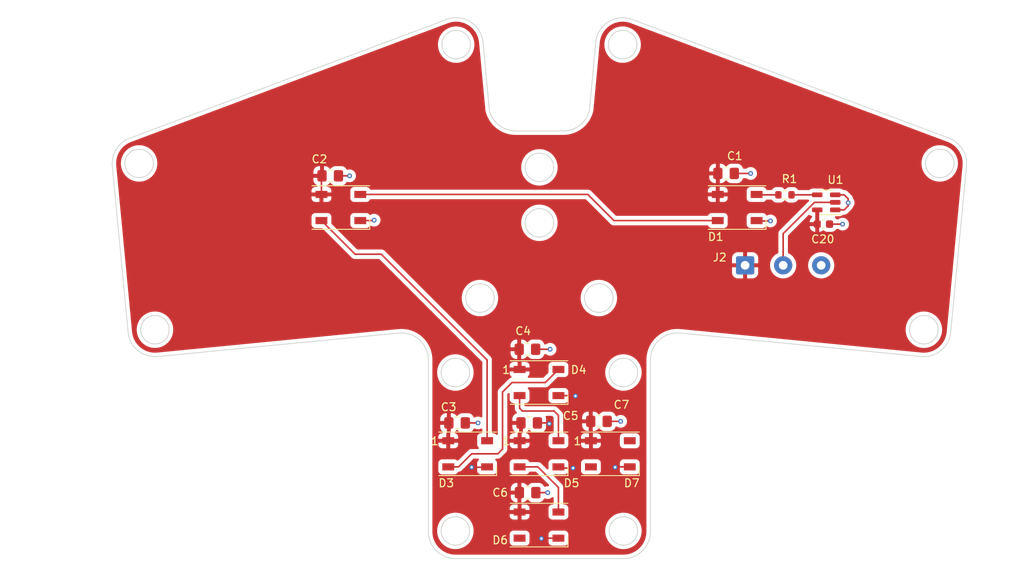
<source format=kicad_pcb>
(kicad_pcb (version 20221018) (generator pcbnew)
  (layers (0 "F.Cu" signal) (31 "B.Cu" signal) (34 "B.Paste" user) (35 "F.Paste" user) (36 "B.SilkS" user "B.Silkscreen") (37 "F.SilkS" user "F.Silkscreen") (38 "B.Mask" user) (39 "F.Mask" user) (44 "Edge.Cuts" user))
  (net 0 "")
  (net 1 "+5V")
  (net 2 "GND")
  (net 3 "Net-(R1-Pad2)")
  (net 4 "Net-(J2-Pin_2)")
  (net 5 "Net-(D2-DOUT)")
  (net 6 "Net-(D1-DOUT)")
  (net 7 "Net-(D1-DIN)")
  (net 8 "Net-(D3-DOUT)")
  (net 9 "Net-(D4-DOUT)")
  (net 10 "Net-(D5-DOUT)")
  (net 11 "Net-(D6-DOUT)")
  (footprint "Connector_Wire:SolderWire-0.5sqmm_1x03_P4.8mm_D0.9mm_OD2.3mm" (layer "F.Cu") (at 166 102.8)
    (fp_text reference "J2")
    (fp_text value "Conn_01x03")
  )
  (footprint "Capacitor_SMD:C_0805_2012Metric_Pad1.18x1.45mm_HandSolder" (layer "F.Cu") (at 138.5375 113.4)
    (fp_text reference "C4")
    (fp_text value "100n" hide)
  )
  (footprint "Resistor_SMD:R_0603_1608Metric" (layer "F.Cu") (at 171.025 93.9)
    (fp_text reference "R1")
    (fp_text value "470R" hide)
  )
  (footprint "Package_TO_SOT_SMD:SOT-23-5" (layer "F.Cu") (at 176.2375 94.85 180)
    (fp_text reference "U1")
    (fp_text value "74LVC1G17" hide)
  )
  (footprint "Capacitor_SMD:C_0805_2012Metric_Pad1.18x1.45mm_HandSolder" (layer "F.Cu") (at 138.5625 131.5)
    (fp_text reference "C6")
    (fp_text value "100n" hide)
  )
  (footprint "Capacitor_SMD:C_0805_2012Metric_Pad1.18x1.45mm_HandSolder" (layer "F.Cu") (at 147.5625 122.5)
    (fp_text reference "C7")
    (fp_text value "100n" hide)
  )
  (footprint "LED_SMD:LED_WS2812B_PLCC4_5.0x5.0mm_P3.2mm" (layer "F.Cu") (at 115 95.5)
    (fp_text reference "D2" hide)
    (fp_text value "WS2812B" hide)
  )
  (footprint "LED_SMD:LED_WS2812B_PLCC4_5.0x5.0mm_P3.2mm" (layer "F.Cu") (at 140 126.6)
    (fp_text reference "D5")
    (fp_text value "WS2812B" hide)
  )
  (footprint "Capacitor_SMD:C_0805_2012Metric_Pad1.18x1.45mm_HandSolder" (layer "F.Cu") (at 113.6625 91.5)
    (fp_text reference "C2")
    (fp_text value "100n" hide)
  )
  (footprint "LED_SMD:LED_WS2812B_PLCC4_5.0x5.0mm_P3.2mm" (layer "F.Cu") (at 131 126.6)
    (fp_text reference "D3")
    (fp_text value "WS2812B" hide)
  )
  (footprint "LED_SMD:LED_WS2812B_PLCC4_5.0x5.0mm_P3.2mm" (layer "F.Cu") (at 165 95.5)
    (fp_text reference "D1")
    (fp_text value "WS2812B" hide)
  )
  (footprint "LED_SMD:LED_WS2812B_PLCC4_5.0x5.0mm_P3.2mm" (layer "F.Cu") (at 140 135.6)
    (fp_text reference "D6")
    (fp_text value "WS2812B" hide)
  )
  (footprint "Capacitor_SMD:C_0805_2012Metric_Pad1.18x1.45mm_HandSolder" (layer "F.Cu") (at 138.7625 122.7)
    (fp_text reference "C5")
    (fp_text value "100n" hide)
  )
  (footprint "Capacitor_SMD:C_0805_2012Metric_Pad1.18x1.45mm_HandSolder" (layer "F.Cu") (at 129.6625 122.7)
    (fp_text reference "C3")
    (fp_text value "100n" hide)
  )
  (footprint "LED_SMD:LED_WS2812B_PLCC4_5.0x5.0mm_P3.2mm" (layer "F.Cu") (at 140 117.6)
    (fp_text reference "D4")
    (fp_text value "WS2812B" hide)
  )
  (footprint "LED_SMD:LED_WS2812B_PLCC4_5.0x5.0mm_P3.2mm" (layer "F.Cu") (at 149 126.6)
    (fp_text reference "D7")
    (fp_text value "WS2812B" hide)
  )
  (footprint "Capacitor_SMD:C_0603_1608Metric" (layer "F.Cu") (at 175.875 97.6)
    (fp_text reference "C20")
    (fp_text value "100n" hide)
  )
  (footprint "Capacitor_SMD:C_0805_2012Metric_Pad1.18x1.45mm_HandSolder" (layer "F.Cu") (at 163.6 91.2)
    (fp_text reference "C1")
    (fp_text value "100n" hide)
  )
  (gr_line (start 172 93.9) (end 175.1 93.9) (stroke (width 0.2)) (layer "F.Cu"))
  (gr_line (start 167.5 93.9) (end 170.3 93.9) (stroke (width 0.2)) (layer "F.Cu"))
  (gr_line (start 128.8932 134.6217) (end 129.0752 134.5729) (stroke (width 0.1)) (layer "Edge.Cuts"))
  (gr_line (start 148.84939 116.33361) (end 148.85926 116.14545) (stroke (width 0.1)) (layer "Edge.Cuts"))
  (gr_line (start 141.50562 89.3756) (end 141.60824 89.5336) (stroke (width 0.1)) (layer "Edge.Cuts"))
  (gr_line (start 189.6494 88.3748) (end 189.8173 88.2892) (stroke (width 0.1)) (layer "Edge.Cuts"))
  (gr_line (start 188.1751 112.69427) (end 187.9932 112.64551) (stroke (width 0.1)) (layer "Edge.Cuts"))
  (gr_line (start 127.7375 136.8898) (end 127.6887 136.7078) (stroke (width 0.1)) (layer "Edge.Cuts"))
  (gr_line (start 149.84249 71.6079) (end 149.49874 71.7) (stroke (width 0.1)) (layer "Edge.Cuts"))
  (gr_line (start 138.9914 88.9774) (end 139.149406 88.8748) (stroke (width 0.1)) (layer "Edge.Cuts"))
  (gr_line (start 146.28298 83.4843) (end 146.15545 83.8165) (stroke (width 0.1)) (layer "Edge.Cuts"))
  (gr_line (start 149.31005 107.3079) (end 149.2613 107.4898) (stroke (width 0.1)) (layer "Edge.Cuts"))
  (gr_line (start 141.60824 96.5336) (end 141.69378 96.7015) (stroke (width 0.1)) (layer "Edge.Cuts"))
  (gr_line (start 152.4101 135.9594) (end 152.4395 136.1454) (stroke (width 0.1)) (layer "Edge.Cuts"))
  (gr_line (start 193.9308 89.5782) (end 193.8751 89.2267) (stroke (width 0.1)) (layer "Edge.Cuts"))
  (gr_line (start 127.6887 115.95937) (end 127.7375 115.77738) (stroke (width 0.1)) (layer "Edge.Cuts"))
  (gr_line (start 132.0761 72.6586) (end 131.82445 72.4069) (stroke (width 0.1)) (layer "Edge.Cuts"))
  (gr_line (start 188.7593 89.7455) (end 188.7887 89.5594) (stroke (width 0.1)) (layer "Edge.Cuts"))
  (gr_line (start 138.84498 96.096) (end 138.9914 95.9774) (stroke (width 0.1)) (layer "Edge.Cuts"))
  (gr_line (start 157.8048 111.35224) (end 160.0494 111.5767) (stroke (width 0.1)) (layer "Edge.Cuts"))
  (gr_line (start 152.9244 138.9603) (end 153.1761 138.7086) (stroke (width 0.1)) (layer "Edge.Cuts"))
  (gr_line (start 145.04786 85.1843) (end 144.7494 85.3781) (stroke (width 0.1)) (layer "Edge.Cuts"))
  (gr_line (start 90.8173 109.2892) (end 90.9932 109.2217) (stroke (width 0.1)) (layer "Edge.Cuts"))
  (gr_line (start 152.4395 116.14545) (end 152.4494 116.33361) (stroke (width 0.1)) (layer "Edge.Cuts"))
  (gr_line (start 149.21174 73.7292) (end 149.34496 73.596) (stroke (width 0.1)) (layer "Edge.Cuts"))
  (gr_line (start 134.10825 106.0336) (end 134.19379 106.2015) (stroke (width 0.1)) (layer "Edge.Cuts"))
  (gr_line (start 141.1074 91.8898) (end 140.949394 91.9925) (stroke (width 0.1)) (layer "Edge.Cuts"))
  (gr_line (start 130.25631 71.6079) (end 129.9048 71.5522) (stroke (width 0.1)) (layer "Edge.Cuts"))
  (gr_line (start 148.90501 74.2015) (end 148.99055 74.0336) (stroke (width 0.1)) (layer "Edge.Cuts"))
  (gr_line (start 128.5494 117.89245) (end 128.3914 117.78983) (stroke (width 0.1)) (layer "Edge.Cuts"))
  (gr_line (start 149.44495 114.99595) (end 149.59138 114.87737) (stroke (width 0.1)) (layer "Edge.Cuts"))
  (gr_line (start 150.6494 138.1336) (end 150.4612 138.1237) (stroke (width 0.1)) (layer "Edge.Cuts"))
  (gr_line (start 141.81005 90.0594) (end 141.83953 90.2455) (stroke (width 0.1)) (layer "Edge.Cuts"))
  (gr_line (start 131.23954 136.5218) (end 131.21008 136.7078) (stroke (width 0.1)) (layer "Edge.Cuts"))
  (gr_line (start 192.3101 89.5594) (end 192.3395 89.7455) (stroke (width 0.1)) (layer "Edge.Cuts"))
  (gr_line (start 128.0932 73.8756) (end 128.2118 73.7292) (stroke (width 0.1)) (layer "Edge.Cuts"))
  (gr_line (start 154.9227 112.45856) (end 155.1744 112.20692) (stroke (width 0.1)) (layer "Edge.Cuts"))
  (gr_line (start 92.4494 112.49245) (end 92.2815 112.57799) (stroke (width 0.1)) (layer "Edge.Cuts"))
  (gr_line (start 91.9237 109.1729) (end 92.1056 109.2217) (stroke (width 0.1)) (layer "Edge.Cuts"))
  (gr_line (start 89.7376 91.7237) (end 89.5494 91.7336) (stroke (width 0.1)) (layer "Edge.Cuts"))
  (gr_line (start 132.17516 108.6943) (end 131.99317 108.6455) (stroke (width 0.1)) (layer "Edge.Cuts"))
  (gr_line (start 128.3914 117.78983) (end 128.245 117.67127) (stroke (width 0.1)) (layer "Edge.Cuts"))
  (gr_line (start 138.25927 90.6218) (end 138.24941 90.4336) (stroke (width 0.1)) (layer "Edge.Cuts"))
  (gr_line (start 130.50742 114.87737) (end 130.65385 114.99595) (stroke (width 0.1)) (layer "Edge.Cuts"))
  (gr_line (start 149.09316 73.8756) (end 149.21174 73.7292) (stroke (width 0.1)) (layer "Edge.Cuts"))
  (gr_line (start 149.33953 106.7455) (end 149.34939 106.9336) (stroke (width 0.1)) (layer "Edge.Cuts"))
  (gr_line (start 191.3001 112.93207) (end 191.4939 112.63361) (stroke (width 0.1)) (layer "Edge.Cuts"))
  (gr_line (start 91.3613 112.72375) (end 91.1752 112.69427) (stroke (width 0.1)) (layer "Edge.Cuts"))
  (gr_line (start 192.5479 87.1829) (end 192.2494 86.9891) (stroke (width 0.1)) (layer "Edge.Cuts"))
  (gr_line (start 131.21008 136.7078) (end 131.16131 136.8898) (stroke (width 0.1)) (layer "Edge.Cuts"))
  (gr_line (start 149.00501 135.6015) (end 149.09055 135.4336) (stroke (width 0.1)) (layer "Edge.Cuts"))
  (gr_line (start 129.6376 114.54346) (end 129.8236 114.57294) (stroke (width 0.1)) (layer "Edge.Cuts"))
  (gr_line (start 150.5494 76.7336) (end 150.3612 76.7237) (stroke (width 0.1)) (layer "Edge.Cuts"))
  (gr_line (start 190.1938 110.2015) (end 190.2613 110.3774) (stroke (width 0.1)) (layer "Edge.Cuts"))
  (gr_line (start 86.168 90.289) (end 88.168 111.28901) (stroke (width 0.1)) (layer "Edge.Cuts"))
  (gr_line (start 126.9227 138.7086) (end 127.1744 138.9603) (stroke (width 0.1)) (layer "Edge.Cuts"))
  (gr_line (start 92.7538 109.596) (end 92.8871 109.7292) (stroke (width 0.1)) (layer "Edge.Cuts"))
  (gr_line (start 193.0761 87.6586) (end 192.8244 87.4069) (stroke (width 0.1)) (layer "Edge.Cuts"))
  (gr_line (start 127.7375 116.88984) (end 127.6887 116.70785) (stroke (width 0.1)) (layer "Edge.Cuts"))
  (gr_line (start 138.3375 89.8774) (end 138.40502 89.7015) (stroke (width 0.1)) (layer "Edge.Cuts"))
  (gr_line (start 141.83953 97.6218) (end 141.81005 97.8079) (stroke (width 0.1)) (layer "Edge.Cuts"))
  (gr_line (start 129.1752 73.1729) (end 129.3613 73.1435) (stroke (width 0.1)) (layer "Edge.Cuts"))
  (gr_line (start 134.33955 107.1218) (end 134.31007 107.3079) (stroke (width 0.1)) (layer "Edge.Cuts"))
  (gr_line (start 130.18154 137.978) (end 130.0056 138.0455) (stroke (width 0.1)) (layer "Edge.Cuts"))
  (gr_line (start 89.7887 111.30785) (end 89.7593 111.12176) (stroke (width 0.1)) (layer "Edge.Cuts"))
  (gr_line (start 138.49056 98.3336) (end 138.40502 98.1657) (stroke (width 0.1)) (layer "Edge.Cuts"))
  (gr_line (start 148.75925 75.1218) (end 148.7494 74.9336) (stroke (width 0.1)) (layer "Edge.Cuts"))
  (gr_line (start 91.5494 114.33361) (end 91.9048 114.31498) (stroke (width 0.1)) (layer "Edge.Cuts"))
  (gr_line (start 146.81727 108.578) (end 146.64939 108.4925) (stroke (width 0.1)) (layer "Edge.Cuts"))
  (gr_line (start 86.3158 88.883) (end 86.2237 89.2267) (stroke (width 0.1)) (layer "Edge.Cuts"))
  (gr_line (start 151.7538 73.596) (end 151.887 73.7292) (stroke (width 0.1)) (layer "Edge.Cuts"))
  (gr_line (start 86.1494 89.9336) (end 86.168 90.289) (stroke (width 0.1)) (layer "Edge.Cuts"))
  (gr_line (start 139.149406 91.9925) (end 138.9914 91.8898) (stroke (width 0.1)) (layer "Edge.Cuts"))
  (gr_line (start 190.2613 111.48984) (end 190.1938 111.66573) (stroke (width 0.1)) (layer "Edge.Cuts"))
  (gr_line (start 152.4494 136.3336) (end 152.4395 136.5218) (stroke (width 0.1)) (layer "Edge.Cuts"))
  (gr_line (start 90.2118 112.13804) (end 90.0932 111.99161) (stroke (width 0.1)) (layer "Edge.Cuts"))
  (gr_line (start 127.7494 74.9336) (end 127.7593 74.7455) (stroke (width 0.1)) (layer "Edge.Cuts"))
  (gr_line (start 149.00501 115.60148) (end 149.09055 115.4336) (stroke (width 0.1)) (layer "Edge.Cuts"))
  (gr_line (start 187.0932 109.8756) (end 187.2117 109.7292) (stroke (width 0.1)) (layer "Edge.Cuts"))
  (gr_line (start 189.1056 109.2217) (end 189.2815 109.2892) (stroke (width 0.1)) (layer "Edge.Cuts"))
  (gr_line (start 127.1744 138.9603) (end 127.451 139.1843) (stroke (width 0.1)) (layer "Edge.Cuts"))
  (gr_line (start 150.6494 114.53361) (end 150.8375 114.54346) (stroke (width 0.1)) (layer "Edge.Cuts"))
  (gr_line (start 146.34496 108.2713) (end 146.21174 108.138) (stroke (width 0.1)) (layer "Edge.Cuts"))
  (gr_line (start 191.9308 111.28901) (end 193.9308 90.289) (stroke (width 0.1)) (layer "Edge.Cuts"))
  (gr_line (start 129.9237 76.6943) (end 129.7376 76.7237) (stroke (width 0.1)) (layer "Edge.Cuts"))
  (gr_line (start 89.9906 111.83361) (end 89.905 111.66573) (stroke (width 0.1)) (layer "Edge.Cuts"))
  (gr_line (start 127.6494 136.3336) (end 127.6593 136.1454) (stroke (width 0.1)) (layer "Edge.Cuts"))
  (gr_line (start 146.99316 108.6455) (end 146.81727 108.578) (stroke (width 0.1)) (layer "Edge.Cuts"))
  (gr_line (start 149.34939 106.9336) (end 149.33953 107.1218) (stroke (width 0.1)) (layer "Edge.Cuts"))
  (gr_line (start 139.675163 92.1943) (end 139.493171 92.1455) (stroke (width 0.1)) (layer "Edge.Cuts"))
  (gr_line (start 132.783 73.883) (end 132.65546 73.5507) (stroke (width 0.1)) (layer "Edge.Cuts"))
  (gr_line (start 88.4914 88.4774) (end 88.6494 88.3748) (stroke (width 0.1)) (layer "Edge.Cuts"))
  (gr_line (start 131.99317 105.2217) (end 132.17516 105.1729) (stroke (width 0.1)) (layer "Edge.Cuts"))
  (gr_line (start 151.7 139.6672) (end 152.0323 139.5396) (stroke (width 0.1)) (layer "Edge.Cuts"))
  (gr_line (start 190.5494 88.1336) (end 190.7375 88.1435) (stroke (width 0.1)) (layer "Edge.Cuts"))
  (gr_line (start 87.8494 86.9891) (end 87.5509 87.1829) (stroke (width 0.1)) (layer "Edge.Cuts"))
  (gr_line (start 88.7987 112.93207) (end 89.0227 113.20865) (stroke (width 0.1)) (layer "Edge.Cuts"))
  (gr_line (start 129.7376 73.1435) (end 129.9237 73.1729) (stroke (width 0.1)) (layer "Edge.Cuts"))
  (gr_line (start 188.9905 90.8336) (end 188.905 90.6657) (stroke (width 0.1)) (layer "Edge.Cuts"))
  (gr_line (start 138.28875 90.8079) (end 138.25927 90.6218) (stroke (width 0.1)) (layer "Edge.Cuts"))
  (gr_line (start 134.26131 107.4898) (end 134.19379 107.6657) (stroke (width 0.1)) (layer "Edge.Cuts"))
  (gr_line (start 189.4494 112.49245) (end 189.2815 112.57799) (stroke (width 0.1)) (layer "Edge.Cuts"))
  (gr_line (start 138.84498 89.096) (end 138.9914 88.9774) (stroke (width 0.1)) (layer "Edge.Cuts"))
  (gr_line (start 151.2563 71.6079) (end 150.9048 71.5522) (stroke (width 0.1)) (layer "Edge.Cuts"))
  (gr_line (start 131.16131 135.7774) (end 131.21008 135.9594) (stroke (width 0.1)) (layer "Edge.Cuts"))
  (gr_line (start 91.3613 109.1435) (end 91.5494 109.1336) (stroke (width 0.1)) (layer "Edge.Cuts"))
  (gr_line (start 149.2613 107.4898) (end 149.19378 107.6657) (stroke (width 0.1)) (layer "Edge.Cuts"))
  (gr_line (start 91.3494 89.9336) (end 91.3395 90.1218) (stroke (width 0.1)) (layer "Edge.Cuts"))
  (gr_line (start 90.345 109.596) (end 90.4914 109.4774) (stroke (width 0.1)) (layer "Edge.Cuts"))
  (gr_line (start 193.8751 89.2267) (end 193.783 88.883) (stroke (width 0.1)) (layer "Edge.Cuts"))
  (gr_line (start 151.7074 117.78983) (end 151.5494 117.89245) (stroke (width 0.1)) (layer "Edge.Cuts"))
  (gr_line (start 186.9905 110.0336) (end 187.0932 109.8756) (stroke (width 0.1)) (layer "Edge.Cuts"))
  (gr_line (start 189.4914 91.3898) (end 189.345 91.2713) (stroke (width 0.1)) (layer "Edge.Cuts"))
  (gr_line (start 125.5939 113.03361) (end 125.7555 113.3507) (stroke (width 0.1)) (layer "Edge.Cuts"))
  (gr_line (start 127.6593 116.52177) (end 127.6494 116.33361) (stroke (width 0.1)) (layer "Edge.Cuts"))
  (gr_line (start 122.6494 111.33361) (end 123.0048 111.35224) (stroke (width 0.1)) (layer "Edge.Cuts"))
  (gr_line (start 152.3101 74.5594) (end 152.3395 74.7455) (stroke (width 0.1)) (layer "Edge.Cuts"))
  (gr_line (start 140.949394 98.9925) (end 140.781517 99.078) (stroke (width 0.1)) (layer "Edge.Cuts"))
  (gr_line (start 149.49139 73.4774) (end 149.64939 73.3748) (stroke (width 0.1)) (layer "Edge.Cuts"))
  (gr_line (start 150.4612 138.1237) (end 150.2752 138.0943) (stroke (width 0.1)) (layer "Edge.Cuts"))
  (gr_line (start 130.0056 138.0455) (end 129.8236 138.0943) (stroke (width 0.1)) (layer "Edge.Cuts"))
  (gr_line (start 133.44941 108.4925) (end 133.28153 108.578) (stroke (width 0.1)) (layer "Edge.Cuts"))
  (gr_line (start 151.0236 114.57294) (end 151.2056 114.62171) (stroke (width 0.1)) (layer "Edge.Cuts"))
  (gr_line (start 128.5494 134.7747) (end 128.7173 134.6892) (stroke (width 0.1)) (layer "Edge.Cuts"))
  (gr_line (start 189.6 114.1672) (end 189.9323 114.03966) (stroke (width 0.1)) (layer "Edge.Cuts"))
  (gr_line (start 149.91726 114.68923) (end 150.0932 114.62171) (stroke (width 0.1)) (layer "Edge.Cuts"))
  (gr_line (start 140.423637 99.1943) (end 140.237541 99.2237) (stroke (width 0.1)) (layer "Edge.Cuts"))
  (gr_line (start 125.883 113.68294) (end 125.9751 114.02671) (stroke (width 0.1)) (layer "Edge.Cuts"))
  (gr_line (start 147.79873 72.9351) (end 147.60491 73.2336) (stroke (width 0.1)) (layer "Edge.Cuts"))
  (gr_line (start 152.2938 117.06574) (end 152.2082 117.2336) (stroke (width 0.1)) (layer "Edge.Cuts"))
  (gr_line (start 141.7613 89.8774) (end 141.81005 90.0594) (stroke (width 0.1)) (layer "Edge.Cuts"))
  (gr_line (start 131.26131 74.3774) (end 131.31007 74.5594) (stroke (width 0.1)) (layer "Edge.Cuts"))
  (gr_line (start 149.49139 76.3898) (end 149.34496 76.2713) (stroke (width 0.1)) (layer "Edge.Cuts"))
  (gr_line (start 90.7538 91.2713) (end 90.6074 91.3898) (stroke (width 0.1)) (layer "Edge.Cuts"))
  (gr_line (start 191.887 91.138) (end 191.7538 91.2713) (stroke (width 0.1)) (layer "Edge.Cuts"))
  (gr_line (start 188.7494 89.9336) (end 188.7593 89.7455) (stroke (width 0.1)) (layer "Edge.Cuts"))
  (gr_line (start 87.9906 90.8336) (end 87.905 90.6657) (stroke (width 0.1)) (layer "Edge.Cuts"))
  (gr_line (start 131.10825 75.8336) (end 131.00564 75.9916) (stroke (width 0.1)) (layer "Edge.Cuts"))
  (gr_line (start 141.81005 97.8079) (end 141.7613 97.9898) (stroke (width 0.1)) (layer "Edge.Cuts"))
  (gr_line (start 147.73754 108.7237) (end 147.5494 108.7336) (stroke (width 0.1)) (layer "Edge.Cuts"))
  (gr_line (start 125.9751 114.02671) (end 126.0308 114.37821) (stroke (width 0.1)) (layer "Edge.Cuts"))
  (gr_line (start 90.7538 88.596) (end 90.8871 88.7292) (stroke (width 0.1)) (layer "Edge.Cuts"))
  (gr_line (start 130.10564 73.2217) (end 130.28153 73.2892) (stroke (width 0.1)) (layer "Edge.Cuts"))
  (gr_line (start 134.19379 106.2015) (end 134.26131 106.3774) (stroke (width 0.1)) (layer "Edge.Cuts"))
  (gr_line (start 87.2744 87.4069) (end 87.0227 87.6586) (stroke (width 0.1)) (layer "Edge.Cuts"))
  (gr_line (start 126.0494 114.7336) (end 126.0494 136.4336) (stroke (width 0.1)) (layer "Edge.Cuts"))
  (gr_line (start 140.605629 95.7217) (end 140.781517 95.7892) (stroke (width 0.1)) (layer "Edge.Cuts"))
  (gr_line (start 141.83953 90.2455) (end 141.84939 90.4336) (stroke (width 0.1)) (layer "Edge.Cuts"))
  (gr_line (start 130.18154 117.97799) (end 130.0056 118.04551) (stroke (width 0.1)) (layer "Edge.Cuts"))
  (gr_line (start 132.49389 73.2336) (end 132.30007 72.9351) (stroke (width 0.1)) (layer "Edge.Cuts"))
  (gr_line (start 189.1056 112.64551) (end 188.9236 112.69427) (stroke (width 0.1)) (layer "Edge.Cuts"))
  (gr_line (start 127.9932 137.3916) (end 127.8906 137.2336) (stroke (width 0.1)) (layer "Edge.Cuts"))
  (gr_line (start 131.54787 72.1829) (end 131.24941 71.9891) (stroke (width 0.1)) (layer "Edge.Cuts"))
  (gr_line (start 130.50742 137.7898) (end 130.3494 137.8924) (stroke (width 0.1)) (layer "Edge.Cuts"))
  (gr_line (start 139.861259 99.2237) (end 139.675163 99.1943) (stroke (width 0.1)) (layer "Edge.Cuts"))
  (gr_line (start 149.59138 117.78983) (end 149.44495 117.67127) (stroke (width 0.1)) (layer "Edge.Cuts"))
  (gr_line (start 141.84939 97.4336) (end 141.83953 97.6218) (stroke (width 0.1)) (layer "Edge.Cuts"))
  (gr_line (start 138.3375 90.9898) (end 138.28875 90.8079) (stroke (width 0.1)) (layer "Edge.Cuts"))
  (gr_line (start 140.423637 88.6729) (end 140.605629 88.7217) (stroke (width 0.1)) (layer "Edge.Cuts"))
  (gr_line (start 88.2118 91.138) (end 88.0932 90.9916) (stroke (width 0.1)) (layer "Edge.Cuts"))
  (gr_line (start 129.8236 134.5729) (end 130.0056 134.6217) (stroke (width 0.1)) (layer "Edge.Cuts"))
  (gr_line (start 86.168 89.5782) (end 86.1494 89.9336) (stroke (width 0.1)) (layer "Edge.Cuts"))
  (gr_line (start 189.6074 112.38984) (end 189.4494 112.49245) (stroke (width 0.1)) (layer "Edge.Cuts"))
  (gr_line (start 93.1083 110.0336) (end 93.1938 110.2015) (stroke (width 0.1)) (layer "Edge.Cuts"))
  (gr_line (start 190.3395 111.12176) (end 190.3101 111.30785) (stroke (width 0.1)) (layer "Edge.Cuts"))
  (gr_line (start 155.1744 112.20692) (end 155.4509 111.98295) (stroke (width 0.1)) (layer "Edge.Cuts"))
  (gr_line (start 189.2117 91.138) (end 189.0932 90.9916) (stroke (width 0.1)) (layer "Edge.Cuts"))
  (gr_line (start 141.60824 98.3336) (end 141.50562 98.4916) (stroke (width 0.1)) (layer "Edge.Cuts"))
  (gr_line (start 143.0494 85.8336) (end 137.0494 85.8336) (stroke (width 0.1)) (layer "Edge.Cuts"))
  (gr_line (start 127.7494 139.3781) (end 128.0665 139.5396) (stroke (width 0.1)) (layer "Edge.Cuts"))
  (gr_line (start 189.4914 88.4774) (end 189.6494 88.3748) (stroke (width 0.1)) (layer "Edge.Cuts"))
  (gr_line (start 149.49874 71.7) (end 149.16648 71.8276) (stroke (width 0.1)) (layer "Edge.Cuts"))
  (gr_line (start 129.0752 134.5729) (end 129.2613 134.5434) (stroke (width 0.1)) (layer "Edge.Cuts"))
  (gr_line (start 187.9932 109.2217) (end 188.1751 109.1729) (stroke (width 0.1)) (layer "Edge.Cuts"))
  (gr_line (start 140.237541 99.2237) (end 140.0494 99.2336) (stroke (width 0.1)) (layer "Edge.Cuts"))
  (gr_line (start 152.1056 137.3916) (end 151.9871 137.538) (stroke (width 0.1)) (layer "Edge.Cuts"))
  (gr_line (start 187.0932 111.99161) (end 186.9905 111.83361) (stroke (width 0.1)) (layer "Edge.Cuts"))
  (gr_line (start 149.99316 76.6455) (end 149.81727 76.578) (stroke (width 0.1)) (layer "Edge.Cuts"))
  (gr_line (start 151.4494 73.3748) (end 151.6074 73.4774) (stroke (width 0.1)) (layer "Edge.Cuts"))
  (gr_line (start 149.81727 76.578) (end 149.64939 76.4925) (stroke (width 0.1)) (layer "Edge.Cuts"))
  (gr_line (start 152.2613 74.3774) (end 152.3101 74.5594) (stroke (width 0.1)) (layer "Edge.Cuts"))
  (gr_line (start 149.34496 73.596) (end 149.49139 73.4774) (stroke (width 0.1)) (layer "Edge.Cuts"))
  (gr_line (start 130.75927 107.1218) (end 130.74941 106.9336) (stroke (width 0.1)) (layer "Edge.Cuts"))
  (gr_line (start 139.493171 92.1455) (end 139.317283 92.078) (stroke (width 0.1)) (layer "Edge.Cuts"))
  (gr_line (start 90.4914 112.38984) (end 90.345 112.27126) (stroke (width 0.1)) (layer "Edge.Cuts"))
  (gr_line (start 133.88706 105.7292) (end 134.00564 105.8756) (stroke (width 0.1)) (layer "Edge.Cuts"))
  (gr_line (start 187.8173 112.57799) (end 187.6494 112.49245) (stroke (width 0.1)) (layer "Edge.Cuts"))
  (gr_line (start 128.245 114.99595) (end 128.3914 114.87737) (stroke (width 0.1)) (layer "Edge.Cuts"))
  (gr_line (start 91.1752 112.69427) (end 90.9932 112.64551) (stroke (width 0.1)) (layer "Edge.Cuts"))
  (gr_line (start 133.44941 105.3748) (end 133.60741 105.4774) (stroke (width 0.1)) (layer "Edge.Cuts"))
  (gr_line (start 89.5494 88.1336) (end 89.7376 88.1435) (stroke (width 0.1)) (layer "Edge.Cuts"))
  (gr_line (start 146.81727 105.2892) (end 146.99316 105.2217) (stroke (width 0.1)) (layer "Edge.Cuts"))
  (gr_line (start 148.93749 136.8898) (end 148.88872 136.7078) (stroke (width 0.1)) (layer "Edge.Cuts"))
  (gr_line (start 151.9871 135.1292) (end 152.1056 135.2756) (stroke (width 0.1)) (layer "Edge.Cuts"))
  (gr_line (start 132.87511 74.2267) (end 132.783 73.883) (stroke (width 0.1)) (layer "Edge.Cuts"))
  (gr_line (start 141.81005 97.0594) (end 141.83953 97.2455) (stroke (width 0.1)) (layer "Edge.Cuts"))
  (gr_line (start 130.99056 106.0336) (end 131.09318 105.8756) (stroke (width 0.1)) (layer "Edge.Cuts"))
  (gr_line (start 152.3101 75.3079) (end 152.2613 75.4898) (stroke (width 0.1)) (layer "Edge.Cuts"))
  (gr_line (start 147.36124 105.1435) (end 147.5494 105.1336) (stroke (width 0.1)) (layer "Edge.Cuts"))
  (gr_line (start 131.81728 105.2892) (end 131.99317 105.2217) (stroke (width 0.1)) (layer "Edge.Cuts"))
  (gr_line (start 135.05094 85.1843) (end 134.77436 84.9603) (stroke (width 0.1)) (layer "Edge.Cuts"))
  (gr_line (start 152.0056 73.8756) (end 152.1082 74.0336) (stroke (width 0.1)) (layer "Edge.Cuts"))
  (gr_line (start 90.9932 109.2217) (end 91.1752 109.1729) (stroke (width 0.1)) (layer "Edge.Cuts"))
  (gr_line (start 123.7001 111.50002) (end 124.0323 111.62755) (stroke (width 0.1)) (layer "Edge.Cuts"))
  (gr_line (start 186.7593 110.74546) (end 186.7887 110.55936) (stroke (width 0.1)) (layer "Edge.Cuts"))
  (gr_line (start 191.6074 91.3898) (end 191.4494 91.4925) (stroke (width 0.1)) (layer "Edge.Cuts"))
  (gr_line (start 134.31007 106.5594) (end 134.33955 106.7455) (stroke (width 0.1)) (layer "Edge.Cuts"))
  (gr_line (start 140.605629 92.1455) (end 140.423637 92.1943) (stroke (width 0.1)) (layer "Edge.Cuts"))
  (gr_line (start 187.345 109.596) (end 187.4914 109.4774) (stroke (width 0.1)) (layer "Edge.Cuts"))
  (gr_line (start 152.3613 115.77738) (end 152.4101 115.95937) (stroke (width 0.1)) (layer "Edge.Cuts"))
  (gr_line (start 192.1082 89.0336) (end 192.1938 89.2015) (stroke (width 0.1)) (layer "Edge.Cuts"))
  (gr_line (start 147.17515 108.6943) (end 146.99316 108.6455) (stroke (width 0.1)) (layer "Edge.Cuts"))
  (gr_line (start 134.10493 84.1336) (end 133.94335 83.8165) (stroke (width 0.1)) (layer "Edge.Cuts"))
  (gr_line (start 186.7494 110.9336) (end 186.7593 110.74546) (stroke (width 0.1)) (layer "Edge.Cuts"))
  (gr_line (start 189.887 109.7292) (end 190.0056 109.8756) (stroke (width 0.1)) (layer "Edge.Cuts"))
  (gr_line (start 126.068 136.789) (end 126.1237 137.1405) (stroke (width 0.1)) (layer "Edge.Cuts"))
  (gr_line (start 131.81728 108.578) (end 131.64941 108.4925) (stroke (width 0.1)) (layer "Edge.Cuts"))
  (gr_line (start 131.31007 74.5594) (end 131.33955 74.7455) (stroke (width 0.1)) (layer "Edge.Cuts"))
  (gr_line (start 148.28152 105.2892) (end 148.44939 105.3748) (stroke (width 0.1)) (layer "Edge.Cuts"))
  (gr_line (start 129.6376 138.1237) (end 129.4494 138.1336) (stroke (width 0.1)) (layer "Edge.Cuts"))
  (gr_line (start 134.00564 105.8756) (end 134.10825 106.0336) (stroke (width 0.1)) (layer "Edge.Cuts"))
  (gr_line (start 151.3815 114.68923) (end 151.5494 114.77476) (stroke (width 0.1)) (layer "Edge.Cuts"))
  (gr_line (start 191.8751 111.64051) (end 191.9308 111.28901) (stroke (width 0.1)) (layer "Edge.Cuts"))
  (gr_line (start 151.6074 76.3898) (end 151.4494 76.4925) (stroke (width 0.1)) (layer "Edge.Cuts"))
  (gr_line (start 153.5939 138.1336) (end 153.7554 137.8165) (stroke (width 0.1)) (layer "Edge.Cuts"))
  (gr_line (start 130.99056 107.8336) (end 130.90502 107.6657) (stroke (width 0.1)) (layer "Edge.Cuts"))
  (gr_line (start 149.31173 135.1292) (end 149.44495 134.9959) (stroke (width 0.1)) (layer "Edge.Cuts"))
  (gr_line (start 131.00564 73.8756) (end 131.10825 74.0336) (stroke (width 0.1)) (layer "Edge.Cuts"))
  (gr_line (start 138.59318 89.3756) (end 138.71175 89.2292) (stroke (width 0.1)) (layer "Edge.Cuts"))
  (gr_line (start 152.2938 115.60148) (end 152.3613 115.77738) (stroke (width 0.1)) (layer "Edge.Cuts"))
  (gr_line (start 189.4494 109.3748) (end 189.6074 109.4774) (stroke (width 0.1)) (layer "Edge.Cuts"))
  (gr_line (start 186.7593 111.12176) (end 186.7494 110.9336) (stroke (width 0.1)) (layer "Edge.Cuts"))
  (gr_line (start 150.0932 114.62171) (end 150.2752 114.57294) (stroke (width 0.1)) (layer "Edge.Cuts"))
  (gr_line (start 93.0056 111.99161) (end 92.8871 112.13804) (stroke (width 0.1)) (layer "Edge.Cuts"))
  (gr_line (start 157.4494 111.33361) (end 157.8048 111.35224) (stroke (width 0.1)) (layer "Edge.Cuts"))
  (gr_line (start 190.3101 111.30785) (end 190.2613 111.48984) (stroke (width 0.1)) (layer "Edge.Cuts"))
  (gr_line (start 148.28152 108.578) (end 148.10563 108.6455) (stroke (width 0.1)) (layer "Edge.Cuts"))
  (gr_line (start 190.2613 110.3774) (end 190.3101 110.55936) (stroke (width 0.1)) (layer "Edge.Cuts"))
  (gr_line (start 152.2082 135.4336) (end 152.2938 135.6015) (stroke (width 0.1)) (layer "Edge.Cuts"))
  (gr_line (start 152.3613 136.8898) (end 152.2938 137.0657) (stroke (width 0.1)) (layer "Edge.Cuts"))
  (gr_line (start 131.00564 75.9916) (end 130.88706 76.138) (stroke (width 0.1)) (layer "Edge.Cuts"))
  (gr_line (start 190.0056 111.99161) (end 189.887 112.13804) (stroke (width 0.1)) (layer "Edge.Cuts"))
  (gr_line (start 152.1938 75.6657) (end 152.1082 75.8336) (stroke (width 0.1)) (layer "Edge.Cuts"))
  (gr_line (start 192.1082 90.8336) (end 192.0056 90.9916) (stroke (width 0.1)) (layer "Edge.Cuts"))
  (gr_line (start 93.3101 110.55936) (end 93.3395 110.74546) (stroke (width 0.1)) (layer "Edge.Cuts"))
  (gr_line (start 188.7887 89.5594) (end 188.8375 89.3774) (stroke (width 0.1)) (layer "Edge.Cuts"))
  (gr_line (start 154.0308 136.789) (end 154.0494 136.4336) (stroke (width 0.1)) (layer "Edge.Cuts"))
  (gr_line (start 128.345 73.596) (end 128.4914 73.4774) (stroke (width 0.1)) (layer "Edge.Cuts"))
  (gr_line (start 192.3395 89.7455) (end 192.3494 89.9336) (stroke (width 0.1)) (layer "Edge.Cuts"))
  (gr_line (start 150.3612 73.1435) (end 150.5494 73.1336) (stroke (width 0.1)) (layer "Edge.Cuts"))
  (gr_line (start 131.82445 72.4069) (end 131.54787 72.1829) (stroke (width 0.1)) (layer "Edge.Cuts"))
  (gr_line (start 152.3395 74.7455) (end 152.3494 74.9336) (stroke (width 0.1)) (layer "Edge.Cuts"))
  (gr_line (start 154.3433 113.3507) (end 154.5049 113.03361) (stroke (width 0.1)) (layer "Edge.Cuts"))
  (gr_line (start 141.7613 90.9898) (end 141.69378 91.1657) (stroke (width 0.1)) (layer "Edge.Cuts"))
  (gr_line (start 188.9905 89.0336) (end 189.0932 88.8756) (stroke (width 0.1)) (layer "Edge.Cuts"))
  (gr_line (start 144.4323 85.5397) (end 144.10004 85.6672) (stroke (width 0.1)) (layer "Edge.Cuts"))
  (gr_line (start 145.99055 107.8336) (end 145.90501 107.6657) (stroke (width 0.1)) (layer "Edge.Cuts"))
  (gr_line (start 150.8375 114.54346) (end 151.0236 114.57294) (stroke (width 0.1)) (layer "Edge.Cuts"))
  (gr_line (start 91.194 114.31498) (end 91.5494 114.33361) (stroke (width 0.1)) (layer "Edge.Cuts"))
  (gr_line (start 92.2815 112.57799) (end 92.1056 112.64551) (stroke (width 0.1)) (layer "Edge.Cuts"))
  (gr_line (start 141.69378 98.1657) (end 141.60824 98.3336) (stroke (width 0.1)) (layer "Edge.Cuts"))
  (gr_line (start 140.949394 95.8748) (end 141.1074 95.9774) (stroke (width 0.1)) (layer "Edge.Cuts"))
  (gr_line (start 128.2118 73.7292) (end 128.345 73.596) (stroke (width 0.1)) (layer "Edge.Cuts"))
  (gr_line (start 90.4494 88.3748) (end 90.6074 88.4774) (stroke (width 0.1)) (layer "Edge.Cuts"))
  (gr_line (start 90.9932 112.64551) (end 90.8173 112.57799) (stroke (width 0.1)) (layer "Edge.Cuts"))
  (gr_line (start 149.59138 114.87737) (end 149.7494 114.77476) (stroke (width 0.1)) (layer "Edge.Cuts"))
  (gr_line (start 131.26131 75.4898) (end 131.19379 75.6657) (stroke (width 0.1)) (layer "Edge.Cuts"))
  (gr_line (start 92.1056 112.64551) (end 91.9237 112.69427) (stroke (width 0.1)) (layer "Edge.Cuts"))
  (gr_line (start 134.29874 84.4321) (end 134.10493 84.1336) (stroke (width 0.1)) (layer "Edge.Cuts"))
  (gr_line (start 129.2613 134.5434) (end 129.4494 134.5336) (stroke (width 0.1)) (layer "Edge.Cuts"))
  (gr_line (start 130.65385 114.99595) (end 130.78707 115.12917) (stroke (width 0.1)) (layer "Edge.Cuts"))
  (gr_line (start 191.2815 91.578) (end 191.1056 91.6455) (stroke (width 0.1)) (layer "Edge.Cuts"))
  (gr_line (start 152.0056 75.9916) (end 151.887 76.138) (stroke (width 0.1)) (layer "Edge.Cuts"))
  (gr_line (start 133.88706 108.138) (end 133.75384 108.2713) (stroke (width 0.1)) (layer "Edge.Cuts"))
  (gr_line (start 91.3395 90.1218) (end 91.3101 90.3079) (stroke (width 0.1)) (layer "Edge.Cuts"))
  (gr_line (start 152.1056 115.2756) (end 152.2082 115.4336) (stroke (width 0.1)) (layer "Edge.Cuts"))
  (gr_line (start 128.7173 134.6892) (end 128.8932 134.6217) (stroke (width 0.1)) (layer "Edge.Cuts"))
  (gr_line (start 90.6074 91.3898) (end 90.4494 91.4925) (stroke (width 0.1)) (layer "Edge.Cuts"))
  (gr_line (start 190.3101 110.55936) (end 190.3395 110.74546) (stroke (width 0.1)) (layer "Edge.Cuts"))
  (gr_line (start 145.83749 106.3774) (end 145.90501 106.2015) (stroke (width 0.1)) (layer "Edge.Cuts"))
  (gr_line (start 92.8871 109.7292) (end 93.0056 109.8756) (stroke (width 0.1)) (layer "Edge.Cuts"))
  (gr_line (start 128.4914 76.3898) (end 128.345 76.2713) (stroke (width 0.1)) (layer "Edge.Cuts"))
  (gr_line (start 132.73756 105.1435) (end 132.92365 105.1729) (stroke (width 0.1)) (layer "Edge.Cuts"))
  (gr_line (start 134.52271 84.7087) (end 134.29874 84.4321) (stroke (width 0.1)) (layer "Edge.Cuts"))
  (gr_line (start 152.3494 139.3781) (end 152.6478 139.1843) (stroke (width 0.1)) (layer "Edge.Cuts"))
  (gr_line (start 130.44941 73.3748) (end 130.60741 73.4774) (stroke (width 0.1)) (layer "Edge.Cuts"))
  (gr_line (start 131.00825 137.2336) (end 130.90563 137.3916) (stroke (width 0.1)) (layer "Edge.Cuts"))
  (gr_line (start 87.7887 90.3079) (end 87.7593 90.1218) (stroke (width 0.1)) (layer "Edge.Cuts"))
  (gr_line (start 149.91726 134.6892) (end 150.0932 134.6217) (stroke (width 0.1)) (layer "Edge.Cuts"))
  (gr_line (start 129.4494 138.1336) (end 129.2613 138.1237) (stroke (width 0.1)) (layer "Edge.Cuts"))
  (gr_line (start 131.24941 116.33361) (end 131.23954 116.52177) (stroke (width 0.1)) (layer "Edge.Cuts"))
  (gr_line (start 192.3494 89.9336) (end 192.3395 90.1218) (stroke (width 0.1)) (layer "Edge.Cuts"))
  (gr_line (start 141.69378 89.7015) (end 141.7613 89.8774) (stroke (width 0.1)) (layer "Edge.Cuts"))
  (gr_line (start 128.3914 134.8774) (end 128.5494 134.7747) (stroke (width 0.1)) (layer "Edge.Cuts"))
  (gr_line (start 87.7887 89.5594) (end 87.8375 89.3774) (stroke (width 0.1)) (layer "Edge.Cuts"))
  (gr_line (start 130.60741 73.4774) (end 130.75384 73.596) (stroke (width 0.1)) (layer "Edge.Cuts"))
  (gr_line (start 131.10825 74.0336) (end 131.19379 74.2015) (stroke (width 0.1)) (layer "Edge.Cuts"))
  (gr_line (start 190.1938 111.66573) (end 190.1082 111.83361) (stroke (width 0.1)) (layer "Edge.Cuts"))
  (gr_line (start 151.3815 117.97799) (end 151.2056 118.04551) (stroke (width 0.1)) (layer "Edge.Cuts"))
  (gr_line (start 134.31007 107.3079) (end 134.26131 107.4898) (stroke (width 0.1)) (layer "Edge.Cuts"))
  (gr_line (start 123.3563 111.4079) (end 123.7001 111.50002) (stroke (width 0.1)) (layer "Edge.Cuts"))
  (gr_line (start 151.2056 114.62171) (end 151.3815 114.68923) (stroke (width 0.1)) (layer "Edge.Cuts"))
  (gr_line (start 93.2613 110.3774) (end 93.3101 110.55936) (stroke (width 0.1)) (layer "Edge.Cuts"))
  (gr_line (start 147.44334 73.5507) (end 147.3158 73.883) (stroke (width 0.1)) (layer "Edge.Cuts"))
  (gr_line (start 126.1237 137.1405) (end 126.2158 137.4842) (stroke (width 0.1)) (layer "Edge.Cuts"))
  (gr_line (start 86.7987 87.9351) (end 86.6049 88.2336) (stroke (width 0.1)) (layer "Edge.Cuts"))
  (gr_line (start 138.25927 97.2455) (end 138.28875 97.0594) (stroke (width 0.1)) (layer "Edge.Cuts"))
  (gr_line (start 130.8375 106.3774) (end 130.90502 106.2015) (stroke (width 0.1)) (layer "Edge.Cuts"))
  (gr_line (start 152.4395 136.5218) (end 152.4101 136.7078) (stroke (width 0.1)) (layer "Edge.Cuts"))
  (gr_line (start 141.69378 96.7015) (end 141.7613 96.8774) (stroke (width 0.1)) (layer "Edge.Cuts"))
  (gr_line (start 191.783 111.98426) (end 191.8751 111.64051) (stroke (width 0.1)) (layer "Edge.Cuts"))
  (gr_line (start 129.3613 76.7237) (end 129.1752 76.6943) (stroke (width 0.1)) (layer "Edge.Cuts"))
  (gr_line (start 151.8538 137.6713) (end 151.7074 137.7898) (stroke (width 0.1)) (layer "Edge.Cuts"))
  (gr_line (start 190.7375 91.7237) (end 190.5494 91.7336) (stroke (width 0.1)) (layer "Edge.Cuts"))
  (gr_line (start 131.23954 116.52177) (end 131.21008 116.70785) (stroke (width 0.1)) (layer "Edge.Cuts"))
  (gr_line (start 130.18154 114.68923) (end 130.3494 114.77476) (stroke (width 0.1)) (layer "Edge.Cuts"))
  (gr_line (start 138.84498 98.7713) (end 138.71175 98.638) (stroke (width 0.1)) (layer "Edge.Cuts"))
  (gr_line (start 138.71175 96.2292) (end 138.84498 96.096) (stroke (width 0.1)) (layer "Edge.Cuts"))
  (gr_line (start 131.09379 137.0657) (end 131.00825 137.2336) (stroke (width 0.1)) (layer "Edge.Cuts"))
  (gr_line (start 130.78707 137.538) (end 130.65385 137.6713) (stroke (width 0.1)) (layer "Edge.Cuts"))
  (gr_line (start 141.60824 89.5336) (end 141.69378 89.7015) (stroke (width 0.1)) (layer "Edge.Cuts"))
  (gr_line (start 130.60741 76.3898) (end 130.44941 76.4925) (stroke (width 0.1)) (layer "Edge.Cuts"))
  (gr_line (start 189.0932 88.8756) (end 189.2117 88.7292) (stroke (width 0.1)) (layer "Edge.Cuts"))
  (gr_line (start 130.65385 134.9959) (end 130.78707 135.1292) (stroke (width 0.1)) (layer "Edge.Cuts"))
  (gr_line (start 89.7593 111.12176) (end 89.7494 110.9336) (stroke (width 0.1)) (layer "Edge.Cuts"))
  (gr_line (start 188.5494 112.7336) (end 188.3612 112.72375) (stroke (width 0.1)) (layer "Edge.Cuts"))
  (gr_line (start 128.5494 114.77476) (end 128.7173 114.68923) (stroke (width 0.1)) (layer "Edge.Cuts"))
  (gr_line (start 130.78707 115.12917) (end 130.90563 115.2756) (stroke (width 0.1)) (layer "Edge.Cuts"))
  (gr_line (start 154.6987 112.73514) (end 154.9227 112.45856) (stroke (width 0.1)) (layer "Edge.Cuts"))
  (gr_line (start 193.6554 88.5507) (end 193.4939 88.2336) (stroke (width 0.1)) (layer "Edge.Cuts"))
  (gr_line (start 124.6479 111.98295) (end 124.9244 112.20692) (stroke (width 0.1)) (layer "Edge.Cuts"))
  (gr_line (start 93.3101 111.30785) (end 93.2613 111.48984) (stroke (width 0.1)) (layer "Edge.Cuts"))
  (gr_line (start 130.74941 106.9336) (end 130.75927 106.7455) (stroke (width 0.1)) (layer "Edge.Cuts"))
  (gr_line (start 127.8906 117.2336) (end 127.805 117.06574) (stroke (width 0.1)) (layer "Edge.Cuts"))
  (gr_line (start 129.8236 114.57294) (end 130.0056 114.62171) (stroke (width 0.1)) (layer "Edge.Cuts"))
  (gr_line (start 151.5494 137.8924) (end 151.3815 137.978) (stroke (width 0.1)) (layer "Edge.Cuts"))
  (gr_line (start 154.1237 114.02671) (end 154.2158 113.68294) (stroke (width 0.1)) (layer "Edge.Cuts"))
  (gr_line (start 149.19378 107.6657) (end 149.10824 107.8336) (stroke (width 0.1)) (layer "Edge.Cuts"))
  (gr_line (start 127.8375 75.4898) (end 127.7887 75.3079) (stroke (width 0.1)) (layer "Edge.Cuts"))
  (gr_line (start 90.1665 114.03966) (end 90.4988 114.1672) (stroke (width 0.1)) (layer "Edge.Cuts"))
  (gr_line (start 146.21174 105.7292) (end 146.34496 105.596) (stroke (width 0.1)) (layer "Edge.Cuts"))
  (gr_line (start 133.75384 108.2713) (end 133.60741 108.3898) (stroke (width 0.1)) (layer "Edge.Cuts"))
  (gr_line (start 128.8932 118.04551) (end 128.7173 117.97799) (stroke (width 0.1)) (layer "Edge.Cuts"))
  (gr_line (start 150.5494 73.1336) (end 150.7375 73.1435) (stroke (width 0.1)) (layer "Edge.Cuts"))
  (gr_line (start 88.345 88.596) (end 88.4914 88.4774) (stroke (width 0.1)) (layer "Edge.Cuts"))
  (gr_line (start 88.0932 88.8756) (end 88.2118 88.7292) (stroke (width 0.1)) (layer "Edge.Cuts"))
  (gr_line (start 156.7425 111.4079) (end 157.094 111.35224) (stroke (width 0.1)) (layer "Edge.Cuts"))
  (gr_line (start 152.4101 115.95937) (end 152.4395 116.14545) (stroke (width 0.1)) (layer "Edge.Cuts"))
  (gr_line (start 188.9236 109.1729) (end 189.1056 109.2217) (stroke (width 0.1)) (layer "Edge.Cuts"))
  (gr_line (start 133.10564 105.2217) (end 133.28153 105.2892) (stroke (width 0.1)) (layer "Edge.Cuts"))
  (gr_line (start 145.7494 106.9336) (end 145.75925 106.7455) (stroke (width 0.1)) (layer "Edge.Cuts"))
  (gr_line (start 187.9932 112.64551) (end 187.8173 112.57799) (stroke (width 0.1)) (layer "Edge.Cuts"))
  (gr_line (start 131.09379 117.06574) (end 131.00825 117.2336) (stroke (width 0.1)) (layer "Edge.Cuts"))
  (gr_line (start 149.59138 137.7898) (end 149.44495 137.6713) (stroke (width 0.1)) (layer "Edge.Cuts"))
  (gr_line (start 90.345 112.27126) (end 90.2118 112.13804) (stroke (width 0.1)) (layer "Edge.Cuts"))
  (gr_line (start 132.65546 73.5507) (end 132.49389 73.2336) (stroke (width 0.1)) (layer "Edge.Cuts"))
  (gr_line (start 148.85926 136.1454) (end 148.88872 135.9594) (stroke (width 0.1)) (layer "Edge.Cuts"))
  (gr_line (start 141.25382 96.096) (end 141.38705 96.2292) (stroke (width 0.1)) (layer "Edge.Cuts"))
  (gr_line (start 150.6494 118.13361) (end 150.4612 118.12374) (stroke (width 0.1)) (layer "Edge.Cuts"))
  (gr_line (start 89.0227 113.20865) (end 89.2744 113.4603) (stroke (width 0.1)) (layer "Edge.Cuts"))
  (gr_line (start 146.34496 105.596) (end 146.49139 105.4774) (stroke (width 0.1)) (layer "Edge.Cuts"))
  (gr_line (start 145.99055 106.0336) (end 146.09316 105.8756) (stroke (width 0.1)) (layer "Edge.Cuts"))
  (gr_line (start 147.73754 105.1435) (end 147.92364 105.1729) (stroke (width 0.1)) (layer "Edge.Cuts"))
  (gr_line (start 90.2815 88.2892) (end 90.4494 88.3748) (stroke (width 0.1)) (layer "Edge.Cuts"))
  (gr_line (start 149.09055 135.4336) (end 149.19317 135.2756) (stroke (width 0.1)) (layer "Edge.Cuts"))
  (gr_line (start 151.7538 76.2713) (end 151.6074 76.3898) (stroke (width 0.1)) (layer "Edge.Cuts"))
  (gr_line (start 151.9871 137.538) (end 151.8538 137.6713) (stroke (width 0.1)) (layer "Edge.Cuts"))
  (gr_line (start 129.4494 118.13361) (end 129.2613 118.12374) (stroke (width 0.1)) (layer "Edge.Cuts"))
  (gr_line (start 138.28875 90.0594) (end 138.3375 89.8774) (stroke (width 0.1)) (layer "Edge.Cuts"))
  (gr_line (start 128.245 137.6713) (end 128.1117 137.538) (stroke (width 0.1)) (layer "Edge.Cuts"))
  (gr_line (start 90.4988 114.1672) (end 90.8425 114.25931) (stroke (width 0.1)) (layer "Edge.Cuts"))
  (gr_line (start 130.65385 137.6713) (end 130.50742 137.7898) (stroke (width 0.1)) (layer "Edge.Cuts"))
  (gr_line (start 187.6494 112.49245) (end 187.4914 112.38984) (stroke (width 0.1)) (layer "Edge.Cuts"))
  (gr_line (start 89.3613 88.1435) (end 89.5494 88.1336) (stroke (width 0.1)) (layer "Edge.Cuts"))
  (gr_line (start 88.1665 86.8276) (end 87.8494 86.9891) (stroke (width 0.1)) (layer "Edge.Cuts"))
  (gr_line (start 129.0752 114.57294) (end 129.2613 114.54346) (stroke (width 0.1)) (layer "Edge.Cuts"))
  (gr_line (start 138.49056 91.3336) (end 138.40502 91.1657) (stroke (width 0.1)) (layer "Edge.Cuts"))
  (gr_line (start 151.0236 118.09428) (end 150.8375 118.12374) (stroke (width 0.1)) (layer "Edge.Cuts"))
  (gr_line (start 87.5509 87.1829) (end 87.2744 87.4069) (stroke (width 0.1)) (layer "Edge.Cuts"))
  (gr_line (start 149.19317 115.2756) (end 149.31173 115.12917) (stroke (width 0.1)) (layer "Edge.Cuts"))
  (gr_line (start 188.194 114.31498) (end 188.5494 114.33361) (stroke (width 0.1)) (layer "Edge.Cuts"))
  (gr_line (start 149.19378 106.2015) (end 149.2613 106.3774) (stroke (width 0.1)) (layer "Edge.Cuts"))
  (gr_line (start 144.7494 85.3781) (end 144.4323 85.5397) (stroke (width 0.1)) (layer "Edge.Cuts"))
  (gr_line (start 128.8173 76.578) (end 128.6494 76.4925) (stroke (width 0.1)) (layer "Edge.Cuts"))
  (gr_line (start 134.77436 84.9603) (end 134.52271 84.7087) (stroke (width 0.1)) (layer "Edge.Cuts"))
  (gr_line (start 141.38705 96.2292) (end 141.50562 96.3756) (stroke (width 0.1)) (layer "Edge.Cuts"))
  (gr_line (start 151.2815 73.2892) (end 151.4494 73.3748) (stroke (width 0.1)) (layer "Edge.Cuts"))
  (gr_line (start 192.1938 89.2015) (end 192.2613 89.3774) (stroke (width 0.1)) (layer "Edge.Cuts"))
  (gr_line (start 149.19317 117.39162) (end 149.09055 117.2336) (stroke (width 0.1)) (layer "Edge.Cuts"))
  (gr_line (start 149.33953 107.1218) (end 149.31005 107.3079) (stroke (width 0.1)) (layer "Edge.Cuts"))
  (gr_line (start 131.99317 108.6455) (end 131.81728 108.578) (stroke (width 0.1)) (layer "Edge.Cuts"))
  (gr_line (start 131.16131 116.88984) (end 131.09379 117.06574) (stroke (width 0.1)) (layer "Edge.Cuts"))
  (gr_line (start 139.317283 88.7892) (end 139.493171 88.7217) (stroke (width 0.1)) (layer "Edge.Cuts"))
  (gr_line (start 129.5494 73.1336) (end 129.7376 73.1435) (stroke (width 0.1)) (layer "Edge.Cuts"))
  (gr_line (start 130.93232 71.8276) (end 130.60006 71.7) (stroke (width 0.1)) (layer "Edge.Cuts"))
  (gr_line (start 134.00564 107.9916) (end 133.88706 108.138) (stroke (width 0.1)) (layer "Edge.Cuts"))
  (gr_line (start 133.28153 105.2892) (end 133.44941 105.3748) (stroke (width 0.1)) (layer "Edge.Cuts"))
  (gr_line (start 130.65385 117.67127) (end 130.50742 117.78983) (stroke (width 0.1)) (layer "Edge.Cuts"))
  (gr_line (start 93.1938 110.2015) (end 93.2613 110.3774) (stroke (width 0.1)) (layer "Edge.Cuts"))
  (gr_line (start 190.1751 88.1729) (end 190.3612 88.1435) (stroke (width 0.1)) (layer "Edge.Cuts"))
  (gr_line (start 151.3563 139.7593) (end 151.7 139.6672) (stroke (width 0.1)) (layer "Edge.Cuts"))
  (gr_line (start 151.7074 137.7898) (end 151.5494 137.8924) (stroke (width 0.1)) (layer "Edge.Cuts"))
  (gr_line (start 86.2237 89.2267) (end 86.168 89.5782) (stroke (width 0.1)) (layer "Edge.Cuts"))
  (gr_line (start 190.9236 88.1729) (end 191.1056 88.2217) (stroke (width 0.1)) (layer "Edge.Cuts"))
  (gr_line (start 149.81727 73.2892) (end 149.99316 73.2217) (stroke (width 0.1)) (layer "Edge.Cuts"))
  (gr_line (start 124.0323 111.62755) (end 124.3494 111.78911) (stroke (width 0.1)) (layer "Edge.Cuts"))
  (gr_line (start 191.7538 88.596) (end 191.887 88.7292) (stroke (width 0.1)) (layer "Edge.Cuts"))
  (gr_line (start 131.21008 116.70785) (end 131.16131 116.88984) (stroke (width 0.1)) (layer "Edge.Cuts"))
  (gr_line (start 141.25382 98.7713) (end 141.1074 98.8898) (stroke (width 0.1)) (layer "Edge.Cuts"))
  (gr_line (start 131.00825 135.4336) (end 131.09379 135.6015) (stroke (width 0.1)) (layer "Edge.Cuts"))
  (gr_line (start 189.345 91.2713) (end 189.2117 91.138) (stroke (width 0.1)) (layer "Edge.Cuts"))
  (gr_line (start 89.7887 110.55936) (end 89.8375 110.3774) (stroke (width 0.1)) (layer "Edge.Cuts"))
  (gr_line (start 130.0056 134.6217) (end 130.18154 134.6892) (stroke (width 0.1)) (layer "Edge.Cuts"))
  (gr_line (start 148.75382 108.2713) (end 148.6074 108.3898) (stroke (width 0.1)) (layer "Edge.Cuts"))
  (gr_line (start 188.5494 109.1336) (end 188.7375 109.1435) (stroke (width 0.1)) (layer "Edge.Cuts"))
  (gr_line (start 88.168 111.28901) (end 88.2237 111.64051) (stroke (width 0.1)) (layer "Edge.Cuts"))
  (gr_line (start 128.9932 76.6455) (end 128.8173 76.578) (stroke (width 0.1)) (layer "Edge.Cuts"))
  (gr_line (start 152.2613 75.4898) (end 152.1938 75.6657) (stroke (width 0.1)) (layer "Edge.Cuts"))
  (gr_line (start 140.237541 95.6435) (end 140.423637 95.6729) (stroke (width 0.1)) (layer "Edge.Cuts"))
  (gr_line (start 188.8375 89.3774) (end 188.905 89.2015) (stroke (width 0.1)) (layer "Edge.Cuts"))
  (gr_line (start 131.24941 136.3336) (end 131.23954 136.5218) (stroke (width 0.1)) (layer "Edge.Cuts"))
  (gr_line (start 189.6074 109.4774) (end 189.7538 109.596) (stroke (width 0.1)) (layer "Edge.Cuts"))
  (gr_line (start 152.4101 116.70785) (end 152.3613 116.88984) (stroke (width 0.1)) (layer "Edge.Cuts"))
  (gr_line (start 189.7538 112.27126) (end 189.6074 112.38984) (stroke (width 0.1)) (layer "Edge.Cuts"))
  (gr_line (start 91.1083 90.8336) (end 91.0056 90.9916) (stroke (width 0.1)) (layer "Edge.Cuts"))
  (gr_line (start 87.905 89.2015) (end 87.9906 89.0336) (stroke (width 0.1)) (layer "Edge.Cuts"))
  (gr_line (start 127.8906 137.2336) (end 127.805 137.0657) (stroke (width 0.1)) (layer "Edge.Cuts"))
  (gr_line (start 141.25382 91.7713) (end 141.1074 91.8898) (stroke (width 0.1)) (layer "Edge.Cuts"))
  (gr_line (start 152.3613 135.7774) (end 152.4101 135.9594) (stroke (width 0.1)) (layer "Edge.Cuts"))
  (gr_line (start 150.9048 71.5522) (end 150.5494 71.5336) (stroke (width 0.1)) (layer "Edge.Cuts"))
  (gr_line (start 131.23954 136.1454) (end 131.24941 136.3336) (stroke (width 0.1)) (layer "Edge.Cuts"))
  (gr_line (start 134.26131 106.3774) (end 134.31007 106.5594) (stroke (width 0.1)) (layer "Edge.Cuts"))
  (gr_line (start 89.9906 110.0336) (end 90.0932 109.8756) (stroke (width 0.1)) (layer "Edge.Cuts"))
  (gr_line (start 139.493171 99.1455) (end 139.317283 99.078) (stroke (width 0.1)) (layer "Edge.Cuts"))
  (gr_line (start 148.88872 115.95937) (end 148.93749 115.77738) (stroke (width 0.1)) (layer "Edge.Cuts"))
  (gr_line (start 88.4988 86.7) (end 88.1665 86.8276) (stroke (width 0.1)) (layer "Edge.Cuts"))
  (gr_line (start 88.0932 90.9916) (end 87.9906 90.8336) (stroke (width 0.1)) (layer "Edge.Cuts"))
  (gr_line (start 132.5494 105.1336) (end 132.73756 105.1435) (stroke (width 0.1)) (layer "Edge.Cuts"))
  (gr_line (start 132.17516 105.1729) (end 132.36126 105.1435) (stroke (width 0.1)) (layer "Edge.Cuts"))
  (gr_line (start 147.92364 105.1729) (end 148.10563 105.2217) (stroke (width 0.1)) (layer "Edge.Cuts"))
  (gr_line (start 145.90501 107.6657) (end 145.83749 107.4898) (stroke (width 0.1)) (layer "Edge.Cuts"))
  (gr_line (start 151.2056 138.0455) (end 151.0236 138.0943) (stroke (width 0.1)) (layer "Edge.Cuts"))
  (gr_line (start 188.3612 112.72375) (end 188.1751 112.69427) (stroke (width 0.1)) (layer "Edge.Cuts"))
  (gr_line (start 152.1056 117.39162) (end 151.9871 117.53805) (stroke (width 0.1)) (layer "Edge.Cuts"))
  (gr_line (start 141.69378 91.1657) (end 141.60824 91.3336) (stroke (width 0.1)) (layer "Edge.Cuts"))
  (gr_line (start 188.9048 114.31498) (end 189.2563 114.25931) (stroke (width 0.1)) (layer "Edge.Cuts"))
  (gr_line (start 131.4914 108.3898) (end 131.34498 108.2713) (stroke (width 0.1)) (layer "Edge.Cuts"))
  (gr_line (start 138.24941 90.4336) (end 138.25927 90.2455) (stroke (width 0.1)) (layer "Edge.Cuts"))
  (gr_line (start 130.78875 106.5594) (end 130.8375 106.3774) (stroke (width 0.1)) (layer "Edge.Cuts"))
  (gr_line (start 150.0932 138.0455) (end 149.91726 137.978) (stroke (width 0.1)) (layer "Edge.Cuts"))
  (gr_line (start 150.0932 134.6217) (end 150.2752 134.5729) (stroke (width 0.1)) (layer "Edge.Cuts"))
  (gr_line (start 128.7173 117.97799) (end 128.5494 117.89245) (stroke (width 0.1)) (layer "Edge.Cuts"))
  (gr_line (start 147.36124 108.7237) (end 147.17515 108.6943) (stroke (width 0.1)) (layer "Edge.Cuts"))
  (gr_line (start 130.88706 76.138) (end 130.75384 76.2713) (stroke (width 0.1)) (layer "Edge.Cuts"))
  (gr_line (start 149.16648 71.8276) (end 148.84939 71.9891) (stroke (width 0.1)) (layer "Edge.Cuts"))
  (gr_line (start 120.0494 111.56916) (end 120.0494 111.5767) (stroke (width 0.1)) (layer "Edge.Cuts"))
  (gr_line (start 153.7554 137.8165) (end 153.883 137.4842) (stroke (width 0.1)) (layer "Edge.Cuts"))
  (gr_line (start 127.7375 115.77738) (end 127.805 115.60148) (stroke (width 0.1)) (layer "Edge.Cuts"))
  (gr_line (start 145.32444 84.9603) (end 145.04786 85.1843) (stroke (width 0.1)) (layer "Edge.Cuts"))
  (gr_line (start 128.1117 137.538) (end 127.9932 137.3916) (stroke (width 0.1)) (layer "Edge.Cuts"))
  (gr_line (start 127.7375 135.7774) (end 127.805 135.6015) (stroke (width 0.1)) (layer "Edge.Cuts"))
  (gr_line (start 145.80006 84.4321) (end 145.57609 84.7087) (stroke (width 0.1)) (layer "Edge.Cuts"))
  (gr_line (start 149.44495 137.6713) (end 149.31173 137.538) (stroke (width 0.1)) (layer "Edge.Cuts"))
  (gr_line (start 190.1751 91.6943) (end 189.9932 91.6455) (stroke (width 0.1)) (layer "Edge.Cuts"))
  (gr_line (start 148.88872 136.7078) (end 148.85926 136.5218) (stroke (width 0.1)) (layer "Edge.Cuts"))
  (gr_line (start 89.1752 88.1729) (end 89.3613 88.1435) (stroke (width 0.1)) (layer "Edge.Cuts"))
  (gr_line (start 129.4494 139.8336) (end 150.6494 139.8336) (stroke (width 0.1)) (layer "Edge.Cuts"))
  (gr_line (start 88.6494 88.3748) (end 88.8173 88.2892) (stroke (width 0.1)) (layer "Edge.Cuts"))
  (gr_line (start 147.92364 108.6943) (end 147.73754 108.7237) (stroke (width 0.1)) (layer "Edge.Cuts"))
  (gr_line (start 138.40502 96.7015) (end 138.49056 96.5336) (stroke (width 0.1)) (layer "Edge.Cuts"))
  (gr_line (start 139.317283 99.078) (end 139.149406 98.9925) (stroke (width 0.1)) (layer "Edge.Cuts"))
  (gr_line (start 190.0056 109.8756) (end 190.1082 110.0336) (stroke (width 0.1)) (layer "Edge.Cuts"))
  (gr_line (start 149.00562 105.8756) (end 149.10824 106.0336) (stroke (width 0.1)) (layer "Edge.Cuts"))
  (gr_line (start 129.0752 118.09428) (end 128.8932 118.04551) (stroke (width 0.1)) (layer "Edge.Cuts"))
  (gr_line (start 138.25927 97.6218) (end 138.24941 97.4336) (stroke (width 0.1)) (layer "Edge.Cuts"))
  (gr_line (start 130.75384 76.2713) (end 130.60741 76.3898) (stroke (width 0.1)) (layer "Edge.Cuts"))
  (gr_line (start 141.83953 97.2455) (end 141.84939 97.4336) (stroke (width 0.1)) (layer "Edge.Cuts"))
  (gr_line (start 188.905 90.6657) (end 188.8375 90.4898) (stroke (width 0.1)) (layer "Edge.Cuts"))
  (gr_line (start 191.1056 91.6455) (end 190.9236 91.6943) (stroke (width 0.1)) (layer "Edge.Cuts"))
  (gr_line (start 147.17515 105.1729) (end 147.36124 105.1435) (stroke (width 0.1)) (layer "Edge.Cuts"))
  (gr_line (start 88.9932 91.6455) (end 88.8173 91.578) (stroke (width 0.1)) (layer "Edge.Cuts"))
  (gr_line (start 127.6593 136.5218) (end 127.6494 136.3336) (stroke (width 0.1)) (layer "Edge.Cuts"))
  (gr_line (start 152.2938 137.0657) (end 152.2082 137.2336) (stroke (width 0.1)) (layer "Edge.Cuts"))
  (gr_line (start 129.2613 118.12374) (end 129.0752 118.09428) (stroke (width 0.1)) (layer "Edge.Cuts"))
  (gr_line (start 131.09318 105.8756) (end 131.21175 105.7292) (stroke (width 0.1)) (layer "Edge.Cuts"))
  (gr_line (start 131.34498 108.2713) (end 131.21175 108.138) (stroke (width 0.1)) (layer "Edge.Cuts"))
  (gr_line (start 190.3612 88.1435) (end 190.5494 88.1336) (stroke (width 0.1)) (layer "Edge.Cuts"))
  (gr_line (start 154.5049 113.03361) (end 154.6987 112.73514) (stroke (width 0.1)) (layer "Edge.Cuts"))
  (gr_line (start 151.5494 114.77476) (end 151.7074 114.87737) (stroke (width 0.1)) (layer "Edge.Cuts"))
  (gr_line (start 139.149406 88.8748) (end 139.317283 88.7892) (stroke (width 0.1)) (layer "Edge.Cuts"))
  (gr_line (start 149.00501 137.0657) (end 148.93749 136.8898) (stroke (width 0.1)) (layer "Edge.Cuts"))
  (gr_line (start 140.0494 95.6336) (end 140.237541 95.6435) (stroke (width 0.1)) (layer "Edge.Cuts"))
  (gr_line (start 193.4939 88.2336) (end 193.3001 87.9351) (stroke (width 0.1)) (layer "Edge.Cuts"))
  (gr_line (start 130.78875 107.3079) (end 130.75927 107.1218) (stroke (width 0.1)) (layer "Edge.Cuts"))
  (gr_line (start 141.38705 98.638) (end 141.25382 98.7713) (stroke (width 0.1)) (layer "Edge.Cuts"))
  (gr_line (start 146.49139 105.4774) (end 146.64939 105.3748) (stroke (width 0.1)) (layer "Edge.Cuts"))
  (gr_line (start 190.3612 91.7237) (end 190.1751 91.6943) (stroke (width 0.1)) (layer "Edge.Cuts"))
  (gr_line (start 150.4612 118.12374) (end 150.2752 118.09428) (stroke (width 0.1)) (layer "Edge.Cuts"))
  (gr_line (start 141.50562 96.3756) (end 141.60824 96.5336) (stroke (width 0.1)) (layer "Edge.Cuts"))
  (gr_line (start 145.75925 106.7455) (end 145.78873 106.5594) (stroke (width 0.1)) (layer "Edge.Cuts"))
  (gr_line (start 93.0056 109.8756) (end 93.1083 110.0336) (stroke (width 0.1)) (layer "Edge.Cuts"))
  (gr_line (start 149.09055 117.2336) (end 149.00501 117.06574) (stroke (width 0.1)) (layer "Edge.Cuts"))
  (gr_line (start 189.7538 109.596) (end 189.887 109.7292) (stroke (width 0.1)) (layer "Edge.Cuts"))
  (gr_line (start 148.84939 71.9891) (end 148.55093 72.1829) (stroke (width 0.1)) (layer "Edge.Cuts"))
  (gr_line (start 93.3395 110.74546) (end 93.3494 110.9336) (stroke (width 0.1)) (layer "Edge.Cuts"))
  (gr_line (start 131.00825 115.4336) (end 131.09379 115.60148) (stroke (width 0.1)) (layer "Edge.Cuts"))
  (gr_line (start 130.8375 107.4898) (end 130.78875 107.3079) (stroke (width 0.1)) (layer "Edge.Cuts"))
  (gr_line (start 189.9932 88.2217) (end 190.1751 88.1729) (stroke (width 0.1)) (layer "Edge.Cuts"))
  (gr_line (start 92.8871 112.13804) (end 92.7538 112.27126) (stroke (width 0.1)) (layer "Edge.Cuts"))
  (gr_line (start 155.7494 111.78911) (end 156.0665 111.62755) (stroke (width 0.1)) (layer "Edge.Cuts"))
  (gr_line (start 190.9236 91.6943) (end 190.7375 91.7237) (stroke (width 0.1)) (layer "Edge.Cuts"))
  (gr_line (start 152.1082 74.0336) (end 152.1938 74.2015) (stroke (width 0.1)) (layer "Edge.Cuts"))
  (gr_line (start 128.345 76.2713) (end 128.2118 76.138) (stroke (width 0.1)) (layer "Edge.Cuts"))
  (gr_line (start 189.2815 109.2892) (end 189.4494 109.3748) (stroke (width 0.1)) (layer "Edge.Cuts"))
  (gr_line (start 130.90563 137.3916) (end 130.78707 137.538) (stroke (width 0.1)) (layer "Edge.Cuts"))
  (gr_line (start 132.93078 74.5782) (end 132.87511 74.2267) (stroke (width 0.1)) (layer "Edge.Cuts"))
  (gr_line (start 148.88872 116.70785) (end 148.85926 116.52177) (stroke (width 0.1)) (layer "Edge.Cuts"))
  (gr_line (start 128.3914 114.87737) (end 128.5494 114.77476) (stroke (width 0.1)) (layer "Edge.Cuts"))
  (gr_line (start 136.34251 85.7593) (end 135.99876 85.6672) (stroke (width 0.1)) (layer "Edge.Cuts"))
  (gr_line (start 91.9048 114.31498) (end 120.0494 111.56916) (stroke (width 0.1)) (layer "Edge.Cuts"))
  (gr_line (start 131.24941 71.9891) (end 130.93232 71.8276) (stroke (width 0.1)) (layer "Edge.Cuts"))
  (gr_line (start 147.3158 73.883) (end 147.22369 74.2267) (stroke (width 0.1)) (layer "Edge.Cuts"))
  (gr_line (start 130.28153 73.2892) (end 130.44941 73.3748) (stroke (width 0.1)) (layer "Edge.Cuts"))
  (gr_line (start 148.90501 75.6657) (end 148.83749 75.4898) (stroke (width 0.1)) (layer "Edge.Cuts"))
  (gr_line (start 148.75382 105.596) (end 148.88705 105.7292) (stroke (width 0.1)) (layer "Edge.Cuts"))
  (gr_line (start 131.23954 116.14545) (end 131.24941 116.33361) (stroke (width 0.1)) (layer "Edge.Cuts"))
  (gr_line (start 138.40502 98.1657) (end 138.3375 97.9898) (stroke (width 0.1)) (layer "Edge.Cuts"))
  (gr_line (start 148.6074 108.3898) (end 148.44939 108.4925) (stroke (width 0.1)) (layer "Edge.Cuts"))
  (gr_line (start 138.3375 96.8774) (end 138.40502 96.7015) (stroke (width 0.1)) (layer "Edge.Cuts"))
  (gr_line (start 133.60741 108.3898) (end 133.44941 108.4925) (stroke (width 0.1)) (layer "Edge.Cuts"))
  (gr_line (start 92.4494 109.3748) (end 92.6074 109.4774) (stroke (width 0.1)) (layer "Edge.Cuts"))
  (gr_line (start 150.2752 134.5729) (end 150.4612 134.5434) (stroke (width 0.1)) (layer "Edge.Cuts"))
  (gr_line (start 150.2752 138.0943) (end 150.0932 138.0455) (stroke (width 0.1)) (layer "Edge.Cuts"))
  (gr_line (start 138.84498 91.7713) (end 138.71175 91.638) (stroke (width 0.1)) (layer "Edge.Cuts"))
  (gr_line (start 130.75927 106.7455) (end 130.78875 106.5594) (stroke (width 0.1)) (layer "Edge.Cuts"))
  (gr_line (start 146.09316 107.9916) (end 145.99055 107.8336) (stroke (width 0.1)) (layer "Edge.Cuts"))
  (gr_line (start 148.88705 108.138) (end 148.75382 108.2713) (stroke (width 0.1)) (layer "Edge.Cuts"))
  (gr_line (start 128.1117 135.1292) (end 128.245 134.9959) (stroke (width 0.1)) (layer "Edge.Cuts"))
  (gr_line (start 139.149406 95.8748) (end 139.317283 95.7892) (stroke (width 0.1)) (layer "Edge.Cuts"))
  (gr_line (start 91.1938 89.2015) (end 91.2613 89.3774) (stroke (width 0.1)) (layer "Edge.Cuts"))
  (gr_line (start 140.237541 88.6435) (end 140.423637 88.6729) (stroke (width 0.1)) (layer "Edge.Cuts"))
  (gr_line (start 89.5494 91.7336) (end 89.3613 91.7237) (stroke (width 0.1)) (layer "Edge.Cuts"))
  (gr_line (start 188.9236 112.69427) (end 188.7375 112.72375) (stroke (width 0.1)) (layer "Edge.Cuts"))
  (gr_line (start 148.10563 105.2217) (end 148.28152 105.2892) (stroke (width 0.1)) (layer "Edge.Cuts"))
  (gr_line (start 148.88872 135.9594) (end 148.93749 135.7774) (stroke (width 0.1)) (layer "Edge.Cuts"))
  (gr_line (start 141.7613 96.8774) (end 141.81005 97.0594) (stroke (width 0.1)) (layer "Edge.Cuts"))
  (gr_line (start 139.493171 88.7217) (end 139.675163 88.6729) (stroke (width 0.1)) (layer "Edge.Cuts"))
  (gr_line (start 138.28875 97.8079) (end 138.25927 97.6218) (stroke (width 0.1)) (layer "Edge.Cuts"))
  (gr_line (start 149.31173 137.538) (end 149.19317 137.3916) (stroke (width 0.1)) (layer "Edge.Cuts"))
  (gr_line (start 92.2815 109.2892) (end 92.4494 109.3748) (stroke (width 0.1)) (layer "Edge.Cuts"))
  (gr_line (start 150.9236 76.6943) (end 150.7375 76.7237) (stroke (width 0.1)) (layer "Edge.Cuts"))
  (gr_line (start 141.60824 91.3336) (end 141.50562 91.4916) (stroke (width 0.1)) (layer "Edge.Cuts"))
  (gr_line (start 150.8375 138.1237) (end 150.6494 138.1336) (stroke (width 0.1)) (layer "Edge.Cuts"))
  (gr_line (start 153.9751 137.1405) (end 154.0308 136.789) (stroke (width 0.1)) (layer "Edge.Cuts"))
  (gr_line (start 88.2237 111.64051) (end 88.3158 111.98426) (stroke (width 0.1)) (layer "Edge.Cuts"))
  (gr_line (start 145.57609 84.7087) (end 145.32444 84.9603) (stroke (width 0.1)) (layer "Edge.Cuts"))
  (gr_line (start 123.0048 111.35224) (end 123.3563 111.4079) (stroke (width 0.1)) (layer "Edge.Cuts"))
  (gr_line (start 149.2613 106.3774) (end 149.31005 106.5594) (stroke (width 0.1)) (layer "Edge.Cuts"))
  (gr_line (start 131.00825 117.2336) (end 130.90563 117.39162) (stroke (width 0.1)) (layer "Edge.Cuts"))
  (gr_line (start 127.805 115.60148) (end 127.8906 115.4336) (stroke (width 0.1)) (layer "Edge.Cuts"))
  (gr_line (start 141.81005 90.8079) (end 141.7613 90.9898) (stroke (width 0.1)) (layer "Edge.Cuts"))
  (gr_line (start 124.9244 112.20692) (end 125.1761 112.45856) (stroke (width 0.1)) (layer "Edge.Cuts"))
  (gr_line (start 150.8375 118.12374) (end 150.6494 118.13361) (stroke (width 0.1)) (layer "Edge.Cuts"))
  (gr_line (start 152.0323 139.5396) (end 152.3494 139.3781) (stroke (width 0.1)) (layer "Edge.Cuts"))
  (gr_line (start 89.9237 91.6943) (end 89.7376 91.7237) (stroke (width 0.1)) (layer "Edge.Cuts"))
  (gr_line (start 141.38705 89.2292) (end 141.50562 89.3756) (stroke (width 0.1)) (layer "Edge.Cuts"))
  (gr_line (start 133.10564 108.6455) (end 132.92365 108.6943) (stroke (width 0.1)) (layer "Edge.Cuts"))
  (gr_line (start 126.6988 138.4321) (end 126.9227 138.7086) (stroke (width 0.1)) (layer "Edge.Cuts"))
  (gr_line (start 188.7375 109.1435) (end 188.9236 109.1729) (stroke (width 0.1)) (layer "Edge.Cuts"))
  (gr_line (start 91.5494 109.1336) (end 91.7376 109.1435) (stroke (width 0.1)) (layer "Edge.Cuts"))
  (gr_line (start 149.09055 137.2336) (end 149.00501 137.0657) (stroke (width 0.1)) (layer "Edge.Cuts"))
  (gr_line (start 192.8244 87.4069) (end 192.5479 87.1829) (stroke (width 0.1)) (layer "Edge.Cuts"))
  (gr_line (start 92.6074 109.4774) (end 92.7538 109.596) (stroke (width 0.1)) (layer "Edge.Cuts"))
  (gr_line (start 191.4939 112.63361) (end 191.6554 112.31652) (stroke (width 0.1)) (layer "Edge.Cuts"))
  (gr_line (start 140.0494 92.2336) (end 139.861259 92.2237) (stroke (width 0.1)) (layer "Edge.Cuts"))
  (gr_line (start 186.8375 110.3774) (end 186.905 110.2015) (stroke (width 0.1)) (layer "Edge.Cuts"))
  (gr_line (start 128.7173 137.978) (end 128.5494 137.8924) (stroke (width 0.1)) (layer "Edge.Cuts"))
  (gr_line (start 148.83749 74.3774) (end 148.90501 74.2015) (stroke (width 0.1)) (layer "Edge.Cuts"))
  (gr_line (start 130.18154 134.6892) (end 130.3494 134.7747) (stroke (width 0.1)) (layer "Edge.Cuts"))
  (gr_line (start 129.8236 118.09428) (end 129.6376 118.12374) (stroke (width 0.1)) (layer "Edge.Cuts"))
  (gr_line (start 138.49056 89.5336) (end 138.59318 89.3756) (stroke (width 0.1)) (layer "Edge.Cuts"))
  (gr_line (start 140.781517 99.078) (end 140.605629 99.1455) (stroke (width 0.1)) (layer "Edge.Cuts"))
  (gr_line (start 129.4494 134.5336) (end 129.6376 134.5434) (stroke (width 0.1)) (layer "Edge.Cuts"))
  (gr_line (start 148.93749 135.7774) (end 149.00501 135.6015) (stroke (width 0.1)) (layer "Edge.Cuts"))
  (gr_line (start 127.805 137.0657) (end 127.7375 136.8898) (stroke (width 0.1)) (layer "Edge.Cuts"))
  (gr_line (start 188.8375 90.4898) (end 188.7887 90.3079) (stroke (width 0.1)) (layer "Edge.Cuts"))
  (gr_line (start 150.3612 76.7237) (end 150.1751 76.6943) (stroke (width 0.1)) (layer "Edge.Cuts"))
  (gr_line (start 150.1751 76.6943) (end 149.99316 76.6455) (stroke (width 0.1)) (layer "Edge.Cuts"))
  (gr_line (start 89.8375 111.48984) (end 89.7887 111.30785) (stroke (width 0.1)) (layer "Edge.Cuts"))
  (gr_line (start 88.345 91.2713) (end 88.2118 91.138) (stroke (width 0.1)) (layer "Edge.Cuts"))
  (gr_line (start 151.0236 138.0943) (end 150.8375 138.1237) (stroke (width 0.1)) (layer "Edge.Cuts"))
  (gr_line (start 128.9932 73.2217) (end 129.1752 73.1729) (stroke (width 0.1)) (layer "Edge.Cuts"))
  (gr_line (start 127.6887 136.7078) (end 127.6593 136.5218) (stroke (width 0.1)) (layer "Edge.Cuts"))
  (gr_line (start 149.31173 115.12917) (end 149.44495 114.99595) (stroke (width 0.1)) (layer "Edge.Cuts"))
  (gr_line (start 151.7074 134.8774) (end 151.8538 134.9959) (stroke (width 0.1)) (layer "Edge.Cuts"))
  (gr_line (start 154.2158 113.68294) (end 154.3433 113.3507) (stroke (width 0.1)) (layer "Edge.Cuts"))
  (gr_line (start 131.64941 105.3748) (end 131.81728 105.2892) (stroke (width 0.1)) (layer "Edge.Cuts"))
  (gr_line (start 152.4395 116.52177) (end 152.4101 116.70785) (stroke (width 0.1)) (layer "Edge.Cuts"))
  (gr_line (start 138.3375 97.9898) (end 138.28875 97.8079) (stroke (width 0.1)) (layer "Edge.Cuts"))
  (gr_line (start 186.8375 111.48984) (end 186.7887 111.30785) (stroke (width 0.1)) (layer "Edge.Cuts"))
  (gr_line (start 130.78707 117.53805) (end 130.65385 117.67127) (stroke (width 0.1)) (layer "Edge.Cuts"))
  (gr_line (start 91.1752 109.1729) (end 91.3613 109.1435) (stroke (width 0.1)) (layer "Edge.Cuts"))
  (gr_line (start 127.9932 115.2756) (end 128.1117 115.12917) (stroke (width 0.1)) (layer "Edge.Cuts"))
  (gr_line (start 191.6 86.7) (end 151.6 71.7) (stroke (width 0.1)) (layer "Edge.Cuts"))
  (gr_line (start 192.0056 90.9916) (end 191.887 91.138) (stroke (width 0.1)) (layer "Edge.Cuts"))
  (gr_line (start 127.805 135.6015) (end 127.8906 135.4336) (stroke (width 0.1)) (layer "Edge.Cuts"))
  (gr_line (start 160.0494 111.5767) (end 160.0494 111.56916) (stroke (width 0.1)) (layer "Edge.Cuts"))
  (gr_line (start 149.10824 107.8336) (end 149.00562 107.9916) (stroke (width 0.1)) (layer "Edge.Cuts"))
  (gr_line (start 91.7376 112.72375) (end 91.5494 112.7336) (stroke (width 0.1)) (layer "Edge.Cuts"))
  (gr_line (start 91.3101 89.5594) (end 91.3395 89.7455) (stroke (width 0.1)) (layer "Edge.Cuts"))
  (gr_line (start 133.94335 83.8165) (end 133.81582 83.4843) (stroke (width 0.1)) (layer "Edge.Cuts"))
  (gr_line (start 130.3494 114.77476) (end 130.50742 114.87737) (stroke (width 0.1)) (layer "Edge.Cuts"))
  (gr_line (start 127.6887 135.9594) (end 127.7375 135.7774) (stroke (width 0.1)) (layer "Edge.Cuts"))
  (gr_line (start 151.4494 76.4925) (end 151.2815 76.578) (stroke (width 0.1)) (layer "Edge.Cuts"))
  (gr_line (start 131.21175 108.138) (end 131.09318 107.9916) (stroke (width 0.1)) (layer "Edge.Cuts"))
  (gr_line (start 134.19379 107.6657) (end 134.10825 107.8336) (stroke (width 0.1)) (layer "Edge.Cuts"))
  (gr_line (start 188.7375 112.72375) (end 188.5494 112.7336) (stroke (width 0.1)) (layer "Edge.Cuts"))
  (gr_line (start 141.50562 91.4916) (end 141.38705 91.638) (stroke (width 0.1)) (layer "Edge.Cuts"))
  (gr_line (start 149.10824 106.0336) (end 149.19378 106.2015) (stroke (width 0.1)) (layer "Edge.Cuts"))
  (gr_line (start 149.7494 117.89245) (end 149.59138 117.78983) (stroke (width 0.1)) (layer "Edge.Cuts"))
  (gr_line (start 150.7375 73.1435) (end 150.9236 73.1729) (stroke (width 0.1)) (layer "Edge.Cuts"))
  (gr_line (start 134.33955 106.7455) (end 134.3494 106.9336) (stroke (width 0.1)) (layer "Edge.Cuts"))
  (gr_line (start 131.09379 115.60148) (end 131.16131 115.77738) (stroke (width 0.1)) (layer "Edge.Cuts"))
  (gr_line (start 130.90502 106.2015) (end 130.99056 106.0336) (stroke (width 0.1)) (layer "Edge.Cuts"))
  (gr_line (start 129.5494 71.5336) (end 129.194 71.5522) (stroke (width 0.1)) (layer "Edge.Cuts"))
  (gr_line (start 148.93749 115.77738) (end 149.00501 115.60148) (stroke (width 0.1)) (layer "Edge.Cuts"))
  (gr_line (start 128.0932 75.9916) (end 127.9906 75.8336) (stroke (width 0.1)) (layer "Edge.Cuts"))
  (gr_line (start 148.85926 116.14545) (end 148.88872 115.95937) (stroke (width 0.1)) (layer "Edge.Cuts"))
  (gr_line (start 141.1074 95.9774) (end 141.25382 96.096) (stroke (width 0.1)) (layer "Edge.Cuts"))
  (gr_line (start 127.6593 136.1454) (end 127.6887 135.9594) (stroke (width 0.1)) (layer "Edge.Cuts"))
  (gr_line (start 93.3494 110.9336) (end 93.3395 111.12176) (stroke (width 0.1)) (layer "Edge.Cuts"))
  (gr_line (start 130.44941 76.4925) (end 130.28153 76.578) (stroke (width 0.1)) (layer "Edge.Cuts"))
  (gr_line (start 130.90563 135.2756) (end 131.00825 135.4336) (stroke (width 0.1)) (layer "Edge.Cuts"))
  (gr_line (start 125.4001 112.73514) (end 125.5939 113.03361) (stroke (width 0.1)) (layer "Edge.Cuts"))
  (gr_line (start 127.9932 135.2756) (end 128.1117 135.1292) (stroke (width 0.1)) (layer "Edge.Cuts"))
  (gr_line (start 148.88705 105.7292) (end 149.00562 105.8756) (stroke (width 0.1)) (layer "Edge.Cuts"))
  (gr_line (start 90.0932 111.99161) (end 89.9906 111.83361) (stroke (width 0.1)) (layer "Edge.Cuts"))
  (gr_line (start 86.6049 88.2336) (end 86.4434 88.5507) (stroke (width 0.1)) (layer "Edge.Cuts"))
  (gr_line (start 90.1056 91.6455) (end 89.9237 91.6943) (stroke (width 0.1)) (layer "Edge.Cuts"))
  (gr_line (start 89.2744 113.4603) (end 89.5509 113.68427) (stroke (width 0.1)) (layer "Edge.Cuts"))
  (gr_line (start 131.21175 105.7292) (end 131.34498 105.596) (stroke (width 0.1)) (layer "Edge.Cuts"))
  (gr_line (start 90.4914 109.4774) (end 90.6494 109.3748) (stroke (width 0.1)) (layer "Edge.Cuts"))
  (gr_line (start 138.49056 96.5336) (end 138.59318 96.3756) (stroke (width 0.1)) (layer "Edge.Cuts"))
  (gr_line (start 128.8173 73.2892) (end 128.9932 73.2217) (stroke (width 0.1)) (layer "Edge.Cuts"))
  (gr_line (start 150.194 71.5522) (end 149.84249 71.6079) (stroke (width 0.1)) (layer "Edge.Cuts"))
  (gr_line (start 191.887 88.7292) (end 192.0056 88.8756) (stroke (width 0.1)) (layer "Edge.Cuts"))
  (gr_line (start 88.4914 91.3898) (end 88.345 91.2713) (stroke (width 0.1)) (layer "Edge.Cuts"))
  (gr_line (start 88.8173 88.2892) (end 88.9932 88.2217) (stroke (width 0.1)) (layer "Edge.Cuts"))
  (gr_line (start 189.2563 114.25931) (end 189.6 114.1672) (stroke (width 0.1)) (layer "Edge.Cuts"))
  (gr_line (start 90.6494 112.49245) (end 90.4914 112.38984) (stroke (width 0.1)) (layer "Edge.Cuts"))
  (gr_line (start 149.44495 134.9959) (end 149.59138 134.8774) (stroke (width 0.1)) (layer "Edge.Cuts"))
  (gr_line (start 140.949394 91.9925) (end 140.781517 92.078) (stroke (width 0.1)) (layer "Edge.Cuts"))
  (gr_line (start 191.0761 113.20865) (end 191.3001 112.93207) (stroke (width 0.1)) (layer "Edge.Cuts"))
  (gr_line (start 138.9914 98.8898) (end 138.84498 98.7713) (stroke (width 0.1)) (layer "Edge.Cuts"))
  (gr_line (start 89.8494 113.87809) (end 90.1665 114.03966) (stroke (width 0.1)) (layer "Edge.Cuts"))
  (gr_line (start 149.34496 76.2713) (end 149.21174 76.138) (stroke (width 0.1)) (layer "Edge.Cuts"))
  (gr_line (start 138.71175 98.638) (end 138.59318 98.4916) (stroke (width 0.1)) (layer "Edge.Cuts"))
  (gr_line (start 150.8375 134.5434) (end 151.0236 134.5729) (stroke (width 0.1)) (layer "Edge.Cuts"))
  (gr_line (start 188.7593 90.1218) (end 188.7494 89.9336) (stroke (width 0.1)) (layer "Edge.Cuts"))
  (gr_line (start 128.4988 71.7) (end 88.4988 86.7) (stroke (width 0.1)) (layer "Edge.Cuts"))
  (gr_line (start 149.00501 117.06574) (end 148.93749 116.88984) (stroke (width 0.1)) (layer "Edge.Cuts"))
  (gr_line (start 145.99387 84.1336) (end 145.80006 84.4321) (stroke (width 0.1)) (layer "Edge.Cuts"))
  (gr_line (start 192.1938 90.6657) (end 192.1082 90.8336) (stroke (width 0.1)) (layer "Edge.Cuts"))
  (gr_line (start 145.75925 107.1218) (end 145.7494 106.9336) (stroke (width 0.1)) (layer "Edge.Cuts"))
  (gr_line (start 89.3613 91.7237) (end 89.1752 91.6943) (stroke (width 0.1)) (layer "Edge.Cuts"))
  (gr_line (start 138.9914 91.8898) (end 138.84498 91.7713) (stroke (width 0.1)) (layer "Edge.Cuts"))
  (gr_line (start 150.9236 73.1729) (end 151.1056 73.2217) (stroke (width 0.1)) (layer "Edge.Cuts"))
  (gr_line (start 141.83953 90.6218) (end 141.81005 90.8079) (stroke (width 0.1)) (layer "Edge.Cuts"))
  (gr_line (start 150.4612 134.5434) (end 150.6494 134.5336) (stroke (width 0.1)) (layer "Edge.Cuts"))
  (gr_line (start 187.4914 109.4774) (end 187.6494 109.3748) (stroke (width 0.1)) (layer "Edge.Cuts"))
  (gr_line (start 131.4914 105.4774) (end 131.64941 105.3748) (stroke (width 0.1)) (layer "Edge.Cuts"))
  (gr_line (start 189.8173 91.578) (end 189.6494 91.4925) (stroke (width 0.1)) (layer "Edge.Cuts"))
  (gr_line (start 146.64939 105.3748) (end 146.81727 105.2892) (stroke (width 0.1)) (layer "Edge.Cuts"))
  (gr_line (start 188.3612 109.1435) (end 188.5494 109.1336) (stroke (width 0.1)) (layer "Edge.Cuts"))
  (gr_line (start 91.9237 112.69427) (end 91.7376 112.72375) (stroke (width 0.1)) (layer "Edge.Cuts"))
  (gr_line (start 150.2752 118.09428) (end 150.0932 118.04551) (stroke (width 0.1)) (layer "Edge.Cuts"))
  (gr_line (start 157.094 111.35224) (end 157.4494 111.33361) (stroke (width 0.1)) (layer "Edge.Cuts"))
  (gr_line (start 138.9914 95.9774) (end 139.149406 95.8748) (stroke (width 0.1)) (layer "Edge.Cuts"))
  (gr_line (start 191.6554 112.31652) (end 191.783 111.98426) (stroke (width 0.1)) (layer "Edge.Cuts"))
  (gr_line (start 128.4914 73.4774) (end 128.6494 73.3748) (stroke (width 0.1)) (layer "Edge.Cuts"))
  (gr_line (start 189.2815 112.57799) (end 189.1056 112.64551) (stroke (width 0.1)) (layer "Edge.Cuts"))
  (gr_line (start 141.50562 98.4916) (end 141.38705 98.638) (stroke (width 0.1)) (layer "Edge.Cuts"))
  (gr_line (start 148.78873 74.5594) (end 148.83749 74.3774) (stroke (width 0.1)) (layer "Edge.Cuts"))
  (gr_line (start 148.83749 75.4898) (end 148.78873 75.3079) (stroke (width 0.1)) (layer "Edge.Cuts"))
  (gr_line (start 129.9048 71.5522) (end 129.5494 71.5336) (stroke (width 0.1)) (layer "Edge.Cuts"))
  (gr_line (start 192.2613 89.3774) (end 192.3101 89.5594) (stroke (width 0.1)) (layer "Edge.Cuts"))
  (gr_line (start 149.09055 115.4336) (end 149.19317 115.2756) (stroke (width 0.1)) (layer "Edge.Cuts"))
  (gr_line (start 129.2613 114.54346) (end 129.4494 114.53361) (stroke (width 0.1)) (layer "Edge.Cuts"))
  (gr_line (start 152.1056 135.2756) (end 152.2082 135.4336) (stroke (width 0.1)) (layer "Edge.Cuts"))
  (gr_line (start 144.10004 85.6672) (end 143.75629 85.7593) (stroke (width 0.1)) (layer "Edge.Cuts"))
  (gr_line (start 190.7375 88.1435) (end 190.9236 88.1729) (stroke (width 0.1)) (layer "Edge.Cuts"))
  (gr_line (start 127.7887 74.5594) (end 127.8375 74.3774) (stroke (width 0.1)) (layer "Edge.Cuts"))
  (gr_line (start 139.675163 88.6729) (end 139.861259 88.6435) (stroke (width 0.1)) (layer "Edge.Cuts"))
  (gr_line (start 128.3988 139.6672) (end 128.7425 139.7593) (stroke (width 0.1)) (layer "Edge.Cuts"))
  (gr_line (start 127.8906 115.4336) (end 127.9932 115.2756) (stroke (width 0.1)) (layer "Edge.Cuts"))
  (gr_line (start 139.861259 95.6435) (end 140.0494 95.6336) (stroke (width 0.1)) (layer "Edge.Cuts"))
  (gr_line (start 152.2082 115.4336) (end 152.2938 115.60148) (stroke (width 0.1)) (layer "Edge.Cuts"))
  (gr_line (start 90.0932 109.8756) (end 90.2118 109.7292) (stroke (width 0.1)) (layer "Edge.Cuts"))
  (gr_line (start 138.59318 96.3756) (end 138.71175 96.2292) (stroke (width 0.1)) (layer "Edge.Cuts"))
  (gr_line (start 149.7494 134.7747) (end 149.91726 134.6892) (stroke (width 0.1)) (layer "Edge.Cuts"))
  (gr_line (start 93.3395 111.12176) (end 93.3101 111.30785) (stroke (width 0.1)) (layer "Edge.Cuts"))
  (gr_line (start 191.9323 86.8276) (end 191.6 86.7) (stroke (width 0.1)) (layer "Edge.Cuts"))
  (gr_line (start 152.1082 75.8336) (end 152.0056 75.9916) (stroke (width 0.1)) (layer "Edge.Cuts"))
  (gr_line (start 128.0665 139.5396) (end 128.3988 139.6672) (stroke (width 0.1)) (layer "Edge.Cuts"))
  (gr_line (start 152.2082 137.2336) (end 152.1056 137.3916) (stroke (width 0.1)) (layer "Edge.Cuts"))
  (gr_line (start 187.4914 112.38984) (end 187.345 112.27126) (stroke (width 0.1)) (layer "Edge.Cuts"))
  (gr_line (start 147.22369 74.2267) (end 147.16802 74.5782) (stroke (width 0.1)) (layer "Edge.Cuts"))
  (gr_line (start 187.2117 112.13804) (end 187.0932 111.99161) (stroke (width 0.1)) (layer "Edge.Cuts"))
  (gr_line (start 148.44939 108.4925) (end 148.28152 108.578) (stroke (width 0.1)) (layer "Edge.Cuts"))
  (gr_line (start 148.55093 72.1829) (end 148.27435 72.4069) (stroke (width 0.1)) (layer "Edge.Cuts"))
  (gr_line (start 128.245 117.67127) (end 128.1117 117.53805) (stroke (width 0.1)) (layer "Edge.Cuts"))
  (gr_line (start 145.83749 107.4898) (end 145.78873 107.3079) (stroke (width 0.1)) (layer "Edge.Cuts"))
  (gr_line (start 140.781517 92.078) (end 140.605629 92.1455) (stroke (width 0.1)) (layer "Edge.Cuts"))
  (gr_line (start 148.27435 72.4069) (end 148.0227 72.6586) (stroke (width 0.1)) (layer "Edge.Cuts"))
  (gr_line (start 130.10564 76.6455) (end 129.9237 76.6943) (stroke (width 0.1)) (layer "Edge.Cuts"))
  (gr_line (start 128.8932 114.62171) (end 129.0752 114.57294) (stroke (width 0.1)) (layer "Edge.Cuts"))
  (gr_line (start 92.6074 112.38984) (end 92.4494 112.49245) (stroke (width 0.1)) (layer "Edge.Cuts"))
  (gr_line (start 148.99055 74.0336) (end 149.09316 73.8756) (stroke (width 0.1)) (layer "Edge.Cuts"))
  (gr_line (start 189.0932 90.9916) (end 188.9905 90.8336) (stroke (width 0.1)) (layer "Edge.Cuts"))
  (gr_line (start 151.887 73.7292) (end 152.0056 73.8756) (stroke (width 0.1)) (layer "Edge.Cuts"))
  (gr_line (start 140.0494 99.2336) (end 139.861259 99.2237) (stroke (width 0.1)) (layer "Edge.Cuts"))
  (gr_line (start 140.781517 95.7892) (end 140.949394 95.8748) (stroke (width 0.1)) (layer "Edge.Cuts"))
  (gr_line (start 139.317283 95.7892) (end 139.493171 95.7217) (stroke (width 0.1)) (layer "Edge.Cuts"))
  (gr_line (start 133.73876 83.1967) (end 132.93078 74.5782) (stroke (width 0.1)) (layer "Edge.Cuts"))
  (gr_line (start 146.64939 108.4925) (end 146.49139 108.3898) (stroke (width 0.1)) (layer "Edge.Cuts"))
  (gr_line (start 138.59318 98.4916) (end 138.49056 98.3336) (stroke (width 0.1)) (layer "Edge.Cuts"))
  (gr_line (start 127.6593 116.14545) (end 127.6887 115.95937) (stroke (width 0.1)) (layer "Edge.Cuts"))
  (gr_line (start 148.99055 75.8336) (end 148.90501 75.6657) (stroke (width 0.1)) (layer "Edge.Cuts"))
  (gr_line (start 140.605629 88.7217) (end 140.781517 88.7892) (stroke (width 0.1)) (layer "Edge.Cuts"))
  (gr_line (start 130.3494 117.89245) (end 130.18154 117.97799) (stroke (width 0.1)) (layer "Edge.Cuts"))
  (gr_line (start 88.6494 91.4925) (end 88.4914 91.3898) (stroke (width 0.1)) (layer "Edge.Cuts"))
  (gr_line (start 141.84939 90.4336) (end 141.83953 90.6218) (stroke (width 0.1)) (layer "Edge.Cuts"))
  (gr_line (start 154.0494 136.4336) (end 154.0494 114.7336) (stroke (width 0.1)) (layer "Edge.Cuts"))
  (gr_line (start 193.9494 89.9336) (end 193.9308 89.5782) (stroke (width 0.1)) (layer "Edge.Cuts"))
  (gr_line (start 193.3001 87.9351) (end 193.0761 87.6586) (stroke (width 0.1)) (layer "Edge.Cuts"))
  (gr_line (start 89.905 110.2015) (end 89.9906 110.0336) (stroke (width 0.1)) (layer "Edge.Cuts"))
  (gr_line (start 192.0056 88.8756) (end 192.1082 89.0336) (stroke (width 0.1)) (layer "Edge.Cuts"))
  (gr_line (start 186.905 111.66573) (end 186.8375 111.48984) (stroke (width 0.1)) (layer "Edge.Cuts"))
  (gr_line (start 147.5494 105.1336) (end 147.73754 105.1435) (stroke (width 0.1)) (layer "Edge.Cuts"))
  (gr_line (start 127.9932 117.39162) (end 127.8906 117.2336) (stroke (width 0.1)) (layer "Edge.Cuts"))
  (gr_line (start 89.8375 110.3774) (end 89.905 110.2015) (stroke (width 0.1)) (layer "Edge.Cuts"))
  (gr_line (start 139.149406 98.9925) (end 138.9914 98.8898) (stroke (width 0.1)) (layer "Edge.Cuts"))
  (gr_line (start 149.31005 106.5594) (end 149.33953 106.7455) (stroke (width 0.1)) (layer "Edge.Cuts"))
  (gr_line (start 192.2613 90.4898) (end 192.1938 90.6657) (stroke (width 0.1)) (layer "Edge.Cuts"))
  (gr_line (start 140.781517 88.7892) (end 140.949394 88.8748) (stroke (width 0.1)) (layer "Edge.Cuts"))
  (gr_line (start 129.2613 138.1237) (end 129.0752 138.0943) (stroke (width 0.1)) (layer "Edge.Cuts"))
  (gr_line (start 131.33955 74.7455) (end 131.3494 74.9336) (stroke (width 0.1)) (layer "Edge.Cuts"))
  (gr_line (start 152.3613 116.88984) (end 152.2938 117.06574) (stroke (width 0.1)) (layer "Edge.Cuts"))
  (gr_line (start 186.905 110.2015) (end 186.9905 110.0336) (stroke (width 0.1)) (layer "Edge.Cuts"))
  (gr_line (start 149.99316 73.2217) (end 150.1751 73.1729) (stroke (width 0.1)) (layer "Edge.Cuts"))
  (gr_line (start 151.5494 117.89245) (end 151.3815 117.97799) (stroke (width 0.1)) (layer "Edge.Cuts"))
  (gr_line (start 152.3395 75.1218) (end 152.3101 75.3079) (stroke (width 0.1)) (layer "Edge.Cuts"))
  (gr_line (start 148.7494 74.9336) (end 148.75925 74.7455) (stroke (width 0.1)) (layer "Edge.Cuts"))
  (gr_line (start 130.28153 76.578) (end 130.10564 76.6455) (stroke (width 0.1)) (layer "Edge.Cuts"))
  (gr_line (start 131.09379 135.6015) (end 131.16131 135.7774) (stroke (width 0.1)) (layer "Edge.Cuts"))
  (gr_line (start 133.81582 83.4843) (end 133.73876 83.1967) (stroke (width 0.1)) (layer "Edge.Cuts"))
  (gr_line (start 146.21174 108.138) (end 146.09316 107.9916) (stroke (width 0.1)) (layer "Edge.Cuts"))
  (gr_line (start 131.34498 105.596) (end 131.4914 105.4774) (stroke (width 0.1)) (layer "Edge.Cuts"))
  (gr_line (start 130.3494 134.7747) (end 130.50742 134.8774) (stroke (width 0.1)) (layer "Edge.Cuts"))
  (gr_line (start 190.2494 113.87809) (end 190.5479 113.68427) (stroke (width 0.1)) (layer "Edge.Cuts"))
  (gr_line (start 146.36004 83.1967) (end 146.28298 83.4843) (stroke (width 0.1)) (layer "Edge.Cuts"))
  (gr_line (start 135.3494 85.3781) (end 135.05094 85.1843) (stroke (width 0.1)) (layer "Edge.Cuts"))
  (gr_line (start 90.8871 88.7292) (end 91.0056 88.8756) (stroke (width 0.1)) (layer "Edge.Cuts"))
  (gr_line (start 193.9308 90.289) (end 193.9494 89.9336) (stroke (width 0.1)) (layer "Edge.Cuts"))
  (gr_line (start 127.9906 75.8336) (end 127.905 75.6657) (stroke (width 0.1)) (layer "Edge.Cuts"))
  (gr_line (start 189.887 112.13804) (end 189.7538 112.27126) (stroke (width 0.1)) (layer "Edge.Cuts"))
  (gr_line (start 191.1056 88.2217) (end 191.2815 88.2892) (stroke (width 0.1)) (layer "Edge.Cuts"))
  (gr_line (start 130.88706 73.7292) (end 131.00564 73.8756) (stroke (width 0.1)) (layer "Edge.Cuts"))
  (gr_line (start 125.7555 113.3507) (end 125.883 113.68294) (stroke (width 0.1)) (layer "Edge.Cuts"))
  (gr_line (start 143.40479 85.815) (end 143.0494 85.8336) (stroke (width 0.1)) (layer "Edge.Cuts"))
  (gr_line (start 130.3494 137.8924) (end 130.18154 137.978) (stroke (width 0.1)) (layer "Edge.Cuts"))
  (gr_line (start 138.71175 91.638) (end 138.59318 91.4916) (stroke (width 0.1)) (layer "Edge.Cuts"))
  (gr_line (start 152.4395 136.1454) (end 152.4494 136.3336) (stroke (width 0.1)) (layer "Edge.Cuts"))
  (gr_line (start 151.2056 134.6217) (end 151.3815 134.6892) (stroke (width 0.1)) (layer "Edge.Cuts"))
  (gr_line (start 191.2815 88.2892) (end 191.4494 88.3748) (stroke (width 0.1)) (layer "Edge.Cuts"))
  (gr_line (start 133.28153 108.578) (end 133.10564 108.6455) (stroke (width 0.1)) (layer "Edge.Cuts"))
  (gr_line (start 90.4494 91.4925) (end 90.2815 91.578) (stroke (width 0.1)) (layer "Edge.Cuts"))
  (gr_line (start 132.30007 72.9351) (end 132.0761 72.6586) (stroke (width 0.1)) (layer "Edge.Cuts"))
  (gr_line (start 186.9905 111.83361) (end 186.905 111.66573) (stroke (width 0.1)) (layer "Edge.Cuts"))
  (gr_line (start 140.949394 88.8748) (end 141.1074 88.9774) (stroke (width 0.1)) (layer "Edge.Cuts"))
  (gr_line (start 147.60491 73.2336) (end 147.44334 73.5507) (stroke (width 0.1)) (layer "Edge.Cuts"))
  (gr_line (start 190.5494 91.7336) (end 190.3612 91.7237) (stroke (width 0.1)) (layer "Edge.Cuts"))
  (gr_line (start 189.6494 91.4925) (end 189.4914 91.3898) (stroke (width 0.1)) (layer "Edge.Cuts"))
  (gr_line (start 127.905 74.2015) (end 127.9906 74.0336) (stroke (width 0.1)) (layer "Edge.Cuts"))
  (gr_line (start 140.0494 88.6336) (end 140.237541 88.6435) (stroke (width 0.1)) (layer "Edge.Cuts"))
  (gr_line (start 140.423637 92.1943) (end 140.237541 92.2237) (stroke (width 0.1)) (layer "Edge.Cuts"))
  (gr_line (start 128.6494 73.3748) (end 128.8173 73.2892) (stroke (width 0.1)) (layer "Edge.Cuts"))
  (gr_line (start 90.6074 88.4774) (end 90.7538 88.596) (stroke (width 0.1)) (layer "Edge.Cuts"))
  (gr_line (start 151.6 71.7) (end 151.2563 71.6079) (stroke (width 0.1)) (layer "Edge.Cuts"))
  (gr_line (start 138.28875 97.0594) (end 138.3375 96.8774) (stroke (width 0.1)) (layer "Edge.Cuts"))
  (gr_line (start 149.64939 76.4925) (end 149.49139 76.3898) (stroke (width 0.1)) (layer "Edge.Cuts"))
  (gr_line (start 137.0494 85.8336) (end 136.69401 85.815) (stroke (width 0.1)) (layer "Edge.Cuts"))
  (gr_line (start 151.2815 76.578) (end 151.1056 76.6455) (stroke (width 0.1)) (layer "Edge.Cuts"))
  (gr_line (start 129.094 139.815) (end 129.4494 139.8336) (stroke (width 0.1)) (layer "Edge.Cuts"))
  (gr_line (start 88.6049 112.63361) (end 88.7987 112.93207) (stroke (width 0.1)) (layer "Edge.Cuts"))
  (gr_line (start 88.2118 88.7292) (end 88.345 88.596) (stroke (width 0.1)) (layer "Edge.Cuts"))
  (gr_line (start 126.0494 136.4336) (end 126.068 136.789) (stroke (width 0.1)) (layer "Edge.Cuts"))
  (gr_line (start 149.44495 117.67127) (end 149.31173 117.53805) (stroke (width 0.1)) (layer "Edge.Cuts"))
  (gr_line (start 152.3494 74.9336) (end 152.3395 75.1218) (stroke (width 0.1)) (layer "Edge.Cuts"))
  (gr_line (start 138.40502 91.1657) (end 138.3375 90.9898) (stroke (width 0.1)) (layer "Edge.Cuts"))
  (gr_line (start 141.25382 89.096) (end 141.38705 89.2292) (stroke (width 0.1)) (layer "Edge.Cuts"))
  (gr_line (start 128.7425 139.7593) (end 129.094 139.815) (stroke (width 0.1)) (layer "Edge.Cuts"))
  (gr_line (start 152.1938 74.2015) (end 152.2613 74.3774) (stroke (width 0.1)) (layer "Edge.Cuts"))
  (gr_line (start 127.451 139.1843) (end 127.7494 139.3781) (stroke (width 0.1)) (layer "Edge.Cuts"))
  (gr_line (start 91.5494 112.7336) (end 91.3613 112.72375) (stroke (width 0.1)) (layer "Edge.Cuts"))
  (gr_line (start 150.2752 114.57294) (end 150.4612 114.54346) (stroke (width 0.1)) (layer "Edge.Cuts"))
  (gr_line (start 141.7613 97.9898) (end 141.69378 98.1657) (stroke (width 0.1)) (layer "Edge.Cuts"))
  (gr_line (start 89.1752 91.6943) (end 88.9932 91.6455) (stroke (width 0.1)) (layer "Edge.Cuts"))
  (gr_line (start 150.5494 71.5336) (end 150.194 71.5522) (stroke (width 0.1)) (layer "Edge.Cuts"))
  (gr_line (start 127.6494 116.33361) (end 127.6593 116.14545) (stroke (width 0.1)) (layer "Edge.Cuts"))
  (gr_line (start 192.2494 86.9891) (end 191.9323 86.8276) (stroke (width 0.1)) (layer "Edge.Cuts"))
  (gr_line (start 87.8375 90.4898) (end 87.7887 90.3079) (stroke (width 0.1)) (layer "Edge.Cuts"))
  (gr_line (start 191.7538 91.2713) (end 191.6074 91.3898) (stroke (width 0.1)) (layer "Edge.Cuts"))
  (gr_line (start 151.5494 134.7747) (end 151.7074 134.8774) (stroke (width 0.1)) (layer "Edge.Cuts"))
  (gr_line (start 151.3815 137.978) (end 151.2056 138.0455) (stroke (width 0.1)) (layer "Edge.Cuts"))
  (gr_line (start 129.6376 134.5434) (end 129.8236 134.5729) (stroke (width 0.1)) (layer "Edge.Cuts"))
  (gr_line (start 130.0056 118.04551) (end 129.8236 118.09428) (stroke (width 0.1)) (layer "Edge.Cuts"))
  (gr_line (start 127.8906 135.4336) (end 127.9932 135.2756) (stroke (width 0.1)) (layer "Edge.Cuts"))
  (gr_line (start 129.0752 138.0943) (end 128.8932 138.0455) (stroke (width 0.1)) (layer "Edge.Cuts"))
  (gr_line (start 90.8871 91.138) (end 90.7538 91.2713) (stroke (width 0.1)) (layer "Edge.Cuts"))
  (gr_line (start 138.25927 90.2455) (end 138.28875 90.0594) (stroke (width 0.1)) (layer "Edge.Cuts"))
  (gr_line (start 89.9237 88.1729) (end 90.1056 88.2217) (stroke (width 0.1)) (layer "Edge.Cuts"))
  (gr_line (start 188.905 89.2015) (end 188.9905 89.0336) (stroke (width 0.1)) (layer "Edge.Cuts"))
  (gr_line (start 90.8173 112.57799) (end 90.6494 112.49245) (stroke (width 0.1)) (layer "Edge.Cuts"))
  (gr_line (start 87.905 90.6657) (end 87.8375 90.4898) (stroke (width 0.1)) (layer "Edge.Cuts"))
  (gr_line (start 189.9932 91.6455) (end 189.8173 91.578) (stroke (width 0.1)) (layer "Edge.Cuts"))
  (gr_line (start 90.8425 114.25931) (end 91.194 114.31498) (stroke (width 0.1)) (layer "Edge.Cuts"))
  (gr_line (start 88.8173 91.578) (end 88.6494 91.4925) (stroke (width 0.1)) (layer "Edge.Cuts"))
  (gr_line (start 129.7376 76.7237) (end 129.5494 76.7336) (stroke (width 0.1)) (layer "Edge.Cuts"))
  (gr_line (start 138.40502 89.7015) (end 138.49056 89.5336) (stroke (width 0.1)) (layer "Edge.Cuts"))
  (gr_line (start 128.8932 138.0455) (end 128.7173 137.978) (stroke (width 0.1)) (layer "Edge.Cuts"))
  (gr_line (start 86.4434 88.5507) (end 86.3158 88.883) (stroke (width 0.1)) (layer "Edge.Cuts"))
  (gr_line (start 131.3494 74.9336) (end 131.33955 75.1218) (stroke (width 0.1)) (layer "Edge.Cuts"))
  (gr_line (start 135.6665 85.5397) (end 135.3494 85.3781) (stroke (width 0.1)) (layer "Edge.Cuts"))
  (gr_line (start 92.1056 109.2217) (end 92.2815 109.2892) (stroke (width 0.1)) (layer "Edge.Cuts"))
  (gr_line (start 129.5494 76.7336) (end 129.3613 76.7237) (stroke (width 0.1)) (layer "Edge.Cuts"))
  (gr_line (start 131.64941 108.4925) (end 131.4914 108.3898) (stroke (width 0.1)) (layer "Edge.Cuts"))
  (gr_line (start 120.0494 111.5767) (end 122.294 111.35224) (stroke (width 0.1)) (layer "Edge.Cuts"))
  (gr_line (start 190.5479 113.68427) (end 190.8244 113.4603) (stroke (width 0.1)) (layer "Edge.Cuts"))
  (gr_line (start 153.4 138.4321) (end 153.5939 138.1336) (stroke (width 0.1)) (layer "Edge.Cuts"))
  (gr_line (start 149.64939 73.3748) (end 149.81727 73.2892) (stroke (width 0.1)) (layer "Edge.Cuts"))
  (gr_line (start 139.861259 92.2237) (end 139.675163 92.1943) (stroke (width 0.1)) (layer "Edge.Cuts"))
  (gr_line (start 149.00562 107.9916) (end 148.88705 108.138) (stroke (width 0.1)) (layer "Edge.Cuts"))
  (gr_line (start 193.783 88.883) (end 193.6554 88.5507) (stroke (width 0.1)) (layer "Edge.Cuts"))
  (gr_line (start 152.6478 139.1843) (end 152.9244 138.9603) (stroke (width 0.1)) (layer "Edge.Cuts"))
  (gr_line (start 139.675163 95.6729) (end 139.861259 95.6435) (stroke (width 0.1)) (layer "Edge.Cuts"))
  (gr_line (start 140.423637 95.6729) (end 140.605629 95.7217) (stroke (width 0.1)) (layer "Edge.Cuts"))
  (gr_line (start 91.2613 90.4898) (end 91.1938 90.6657) (stroke (width 0.1)) (layer "Edge.Cuts"))
  (gr_line (start 124.3494 111.78911) (end 124.6479 111.98295) (stroke (width 0.1)) (layer "Edge.Cuts"))
  (gr_line (start 91.3395 89.7455) (end 91.3494 89.9336) (stroke (width 0.1)) (layer "Edge.Cuts"))
  (gr_line (start 127.905 75.6657) (end 127.8375 75.4898) (stroke (width 0.1)) (layer "Edge.Cuts"))
  (gr_line (start 129.1752 76.6943) (end 128.9932 76.6455) (stroke (width 0.1)) (layer "Edge.Cuts"))
  (gr_line (start 151.0236 134.5729) (end 151.2056 134.6217) (stroke (width 0.1)) (layer "Edge.Cuts"))
  (gr_line (start 129.8236 138.0943) (end 129.6376 138.1237) (stroke (width 0.1)) (layer "Edge.Cuts"))
  (gr_line (start 132.73756 108.7237) (end 132.5494 108.7336) (stroke (width 0.1)) (layer "Edge.Cuts"))
  (gr_line (start 151.8538 134.9959) (end 151.9871 135.1292) (stroke (width 0.1)) (layer "Edge.Cuts"))
  (gr_line (start 149.31173 117.53805) (end 149.19317 117.39162) (stroke (width 0.1)) (layer "Edge.Cuts"))
  (gr_line (start 146.15545 83.8165) (end 145.99387 84.1336) (stroke (width 0.1)) (layer "Edge.Cuts"))
  (gr_line (start 131.21008 135.9594) (end 131.23954 136.1454) (stroke (width 0.1)) (layer "Edge.Cuts"))
  (gr_line (start 122.294 111.35224) (end 122.6494 111.33361) (stroke (width 0.1)) (layer "Edge.Cuts"))
  (gr_line (start 151.0048 139.815) (end 151.3563 139.7593) (stroke (width 0.1)) (layer "Edge.Cuts"))
  (gr_line (start 145.90501 106.2015) (end 145.99055 106.0336) (stroke (width 0.1)) (layer "Edge.Cuts"))
  (gr_line (start 129.194 71.5522) (end 128.8425 71.6079) (stroke (width 0.1)) (layer "Edge.Cuts"))
  (gr_line (start 151.6074 73.4774) (end 151.7538 73.596) (stroke (width 0.1)) (layer "Edge.Cuts"))
  (gr_line (start 147.16802 74.5782) (end 146.36004 83.1967) (stroke (width 0.1)) (layer "Edge.Cuts"))
  (gr_line (start 148.93749 116.88984) (end 148.88872 116.70785) (stroke (width 0.1)) (layer "Edge.Cuts"))
  (gr_line (start 148.44939 105.3748) (end 148.6074 105.4774) (stroke (width 0.1)) (layer "Edge.Cuts"))
  (gr_line (start 190.8244 113.4603) (end 191.0761 113.20865) (stroke (width 0.1)) (layer "Edge.Cuts"))
  (gr_line (start 145.78873 107.3079) (end 145.75925 107.1218) (stroke (width 0.1)) (layer "Edge.Cuts"))
  (gr_line (start 143.75629 85.7593) (end 143.40479 85.815) (stroke (width 0.1)) (layer "Edge.Cuts"))
  (gr_line (start 93.2613 111.48984) (end 93.1938 111.66573) (stroke (width 0.1)) (layer "Edge.Cuts"))
  (gr_line (start 145.78873 106.5594) (end 145.83749 106.3774) (stroke (width 0.1)) (layer "Edge.Cuts"))
  (gr_line (start 140.605629 99.1455) (end 140.423637 99.1943) (stroke (width 0.1)) (layer "Edge.Cuts"))
  (gr_line (start 127.7593 74.7455) (end 127.7887 74.5594) (stroke (width 0.1)) (layer "Edge.Cuts"))
  (gr_line (start 141.1074 98.8898) (end 140.949394 98.9925) (stroke (width 0.1)) (layer "Edge.Cuts"))
  (gr_line (start 191.4494 88.3748) (end 191.6074 88.4774) (stroke (width 0.1)) (layer "Edge.Cuts"))
  (gr_line (start 150.6494 139.8336) (end 151.0048 139.815) (stroke (width 0.1)) (layer "Edge.Cuts"))
  (gr_line (start 135.99876 85.6672) (end 135.6665 85.5397) (stroke (width 0.1)) (layer "Edge.Cuts"))
  (gr_line (start 189.345 88.596) (end 189.4914 88.4774) (stroke (width 0.1)) (layer "Edge.Cuts"))
  (gr_line (start 155.4509 111.98295) (end 155.7494 111.78911) (stroke (width 0.1)) (layer "Edge.Cuts"))
  (gr_line (start 187.345 112.27126) (end 187.2117 112.13804) (stroke (width 0.1)) (layer "Edge.Cuts"))
  (gr_line (start 151.9871 117.53805) (end 151.8538 117.67127) (stroke (width 0.1)) (layer "Edge.Cuts"))
  (gr_line (start 156.3987 111.50002) (end 156.7425 111.4079) (stroke (width 0.1)) (layer "Edge.Cuts"))
  (gr_line (start 190.3494 110.9336) (end 190.3395 111.12176) (stroke (width 0.1)) (layer "Edge.Cuts"))
  (gr_line (start 141.1074 88.9774) (end 141.25382 89.096) (stroke (width 0.1)) (layer "Edge.Cuts"))
  (gr_line (start 146.09316 105.8756) (end 146.21174 105.7292) (stroke (width 0.1)) (layer "Edge.Cuts"))
  (gr_line (start 130.90563 115.2756) (end 131.00825 115.4336) (stroke (width 0.1)) (layer "Edge.Cuts"))
  (gr_line (start 89.7593 110.74546) (end 89.7887 110.55936) (stroke (width 0.1)) (layer "Edge.Cuts"))
  (gr_line (start 138.59318 91.4916) (end 138.49056 91.3336) (stroke (width 0.1)) (layer "Edge.Cuts"))
  (gr_line (start 151.887 76.138) (end 151.7538 76.2713) (stroke (width 0.1)) (layer "Edge.Cuts"))
  (gr_line (start 132.5494 108.7336) (end 132.36126 108.7237) (stroke (width 0.1)) (layer "Edge.Cuts"))
  (gr_line (start 148.0227 72.6586) (end 147.79873 72.9351) (stroke (width 0.1)) (layer "Edge.Cuts"))
  (gr_line (start 149.91726 117.97799) (end 149.7494 117.89245) (stroke (width 0.1)) (layer "Edge.Cuts"))
  (gr_line (start 131.19379 74.2015) (end 131.26131 74.3774) (stroke (width 0.1)) (layer "Edge.Cuts"))
  (gr_line (start 87.7593 89.7455) (end 87.7887 89.5594) (stroke (width 0.1)) (layer "Edge.Cuts"))
  (gr_line (start 192.3101 90.3079) (end 192.2613 90.4898) (stroke (width 0.1)) (layer "Edge.Cuts"))
  (gr_line (start 139.675163 99.1943) (end 139.493171 99.1455) (stroke (width 0.1)) (layer "Edge.Cuts"))
  (gr_line (start 89.7494 110.9336) (end 89.7593 110.74546) (stroke (width 0.1)) (layer "Edge.Cuts"))
  (gr_line (start 150.1751 73.1729) (end 150.3612 73.1435) (stroke (width 0.1)) (layer "Edge.Cuts"))
  (gr_line (start 128.1117 117.53805) (end 127.9932 117.39162) (stroke (width 0.1)) (layer "Edge.Cuts"))
  (gr_line (start 153.883 137.4842) (end 153.9751 137.1405) (stroke (width 0.1)) (layer "Edge.Cuts"))
  (gr_line (start 127.8375 74.3774) (end 127.905 74.2015) (stroke (width 0.1)) (layer "Edge.Cuts"))
  (gr_line (start 138.71175 89.2292) (end 138.84498 89.096) (stroke (width 0.1)) (layer "Edge.Cuts"))
  (gr_line (start 150.4612 114.54346) (end 150.6494 114.53361) (stroke (width 0.1)) (layer "Edge.Cuts"))
  (gr_line (start 148.84939 136.3336) (end 148.85926 136.1454) (stroke (width 0.1)) (layer "Edge.Cuts"))
  (gr_line (start 93.1083 111.83361) (end 93.0056 111.99161) (stroke (width 0.1)) (layer "Edge.Cuts"))
  (gr_line (start 151.1056 73.2217) (end 151.2815 73.2892) (stroke (width 0.1)) (layer "Edge.Cuts"))
  (gr_line (start 128.7173 114.68923) (end 128.8932 114.62171) (stroke (width 0.1)) (layer "Edge.Cuts"))
  (gr_line (start 190.1082 111.83361) (end 190.0056 111.99161) (stroke (width 0.1)) (layer "Edge.Cuts"))
  (gr_line (start 146.49139 108.3898) (end 146.34496 108.2713) (stroke (width 0.1)) (layer "Edge.Cuts"))
  (gr_line (start 132.92365 108.6943) (end 132.73756 108.7237) (stroke (width 0.1)) (layer "Edge.Cuts"))
  (gr_line (start 91.0056 90.9916) (end 90.8871 91.138) (stroke (width 0.1)) (layer "Edge.Cuts"))
  (gr_line (start 134.10825 107.8336) (end 134.00564 107.9916) (stroke (width 0.1)) (layer "Edge.Cuts"))
  (gr_line (start 87.0227 87.6586) (end 86.7987 87.9351) (stroke (width 0.1)) (layer "Edge.Cuts"))
  (gr_line (start 149.19317 135.2756) (end 149.31173 135.1292) (stroke (width 0.1)) (layer "Edge.Cuts"))
  (gr_line (start 130.78707 135.1292) (end 130.90563 135.2756) (stroke (width 0.1)) (layer "Edge.Cuts"))
  (gr_line (start 138.24941 97.4336) (end 138.25927 97.2455) (stroke (width 0.1)) (layer "Edge.Cuts"))
  (gr_line (start 189.9323 114.03966) (end 190.2494 113.87809) (stroke (width 0.1)) (layer "Edge.Cuts"))
  (gr_line (start 134.3494 106.9336) (end 134.33955 107.1218) (stroke (width 0.1)) (layer "Edge.Cuts"))
  (gr_line (start 91.7376 109.1435) (end 91.9237 109.1729) (stroke (width 0.1)) (layer "Edge.Cuts"))
  (gr_line (start 149.7494 114.77476) (end 149.91726 114.68923) (stroke (width 0.1)) (layer "Edge.Cuts"))
  (gr_line (start 191.4494 91.4925) (end 191.2815 91.578) (stroke (width 0.1)) (layer "Edge.Cuts"))
  (gr_line (start 131.16131 115.77738) (end 131.21008 115.95937) (stroke (width 0.1)) (layer "Edge.Cuts"))
  (gr_line (start 152.4101 136.7078) (end 152.3613 136.8898) (stroke (width 0.1)) (layer "Edge.Cuts"))
  (gr_line (start 130.75384 73.596) (end 130.88706 73.7292) (stroke (width 0.1)) (layer "Edge.Cuts"))
  (gr_line (start 130.0056 114.62171) (end 130.18154 114.68923) (stroke (width 0.1)) (layer "Edge.Cuts"))
  (gr_line (start 127.6887 116.70785) (end 127.6593 116.52177) (stroke (width 0.1)) (layer "Edge.Cuts"))
  (gr_line (start 151.1056 76.6455) (end 150.9236 76.6943) (stroke (width 0.1)) (layer "Edge.Cuts"))
  (gr_line (start 148.75925 74.7455) (end 148.78873 74.5594) (stroke (width 0.1)) (layer "Edge.Cuts"))
  (gr_line (start 91.2613 89.3774) (end 91.3101 89.5594) (stroke (width 0.1)) (layer "Edge.Cuts"))
  (gr_line (start 127.7887 75.3079) (end 127.7593 75.1218) (stroke (width 0.1)) (layer "Edge.Cuts"))
  (gr_line (start 148.6074 105.4774) (end 148.75382 105.596) (stroke (width 0.1)) (layer "Edge.Cuts"))
  (gr_line (start 147.5494 108.7336) (end 147.36124 108.7237) (stroke (width 0.1)) (layer "Edge.Cuts"))
  (gr_line (start 154.0494 114.7336) (end 154.068 114.37821) (stroke (width 0.1)) (layer "Edge.Cuts"))
  (gr_line (start 130.50742 134.8774) (end 130.65385 134.9959) (stroke (width 0.1)) (layer "Edge.Cuts"))
  (gr_line (start 190.3395 110.74546) (end 190.3494 110.9336) (stroke (width 0.1)) (layer "Edge.Cuts"))
  (gr_line (start 131.31007 75.3079) (end 131.26131 75.4898) (stroke (width 0.1)) (layer "Edge.Cuts"))
  (gr_line (start 139.861259 88.6435) (end 140.0494 88.6336) (stroke (width 0.1)) (layer "Edge.Cuts"))
  (gr_line (start 152.2938 135.6015) (end 152.3613 135.7774) (stroke (width 0.1)) (layer "Edge.Cuts"))
  (gr_line (start 192.3395 90.1218) (end 192.3101 90.3079) (stroke (width 0.1)) (layer "Edge.Cuts"))
  (gr_line (start 152.4494 116.33361) (end 152.4395 116.52177) (stroke (width 0.1)) (layer "Edge.Cuts"))
  (gr_line (start 148.85926 136.5218) (end 148.84939 136.3336) (stroke (width 0.1)) (layer "Edge.Cuts"))
  (gr_line (start 139.317283 92.078) (end 139.149406 91.9925) (stroke (width 0.1)) (layer "Edge.Cuts"))
  (gr_line (start 88.3158 111.98426) (end 88.4434 112.31652) (stroke (width 0.1)) (layer "Edge.Cuts"))
  (gr_line (start 133.75384 105.596) (end 133.88706 105.7292) (stroke (width 0.1)) (layer "Edge.Cuts"))
  (gr_line (start 87.8375 89.3774) (end 87.905 89.2015) (stroke (width 0.1)) (layer "Edge.Cuts"))
  (gr_line (start 87.9906 89.0336) (end 88.0932 88.8756) (stroke (width 0.1)) (layer "Edge.Cuts"))
  (gr_line (start 90.6494 109.3748) (end 90.8173 109.2892) (stroke (width 0.1)) (layer "Edge.Cuts"))
  (gr_line (start 149.59138 134.8774) (end 149.7494 134.7747) (stroke (width 0.1)) (layer "Edge.Cuts"))
  (gr_line (start 188.5494 114.33361) (end 188.9048 114.31498) (stroke (width 0.1)) (layer "Edge.Cuts"))
  (gr_line (start 150.0932 118.04551) (end 149.91726 117.97799) (stroke (width 0.1)) (layer "Edge.Cuts"))
  (gr_line (start 126.5049 138.1336) (end 126.6988 138.4321) (stroke (width 0.1)) (layer "Edge.Cuts"))
  (gr_line (start 187.6494 109.3748) (end 187.8173 109.2892) (stroke (width 0.1)) (layer "Edge.Cuts"))
  (gr_line (start 131.19379 75.6657) (end 131.10825 75.8336) (stroke (width 0.1)) (layer "Edge.Cuts"))
  (gr_line (start 89.7376 88.1435) (end 89.9237 88.1729) (stroke (width 0.1)) (layer "Edge.Cuts"))
  (gr_line (start 89.5509 113.68427) (end 89.8494 113.87809) (stroke (width 0.1)) (layer "Edge.Cuts"))
  (gr_line (start 186.7887 110.55936) (end 186.8375 110.3774) (stroke (width 0.1)) (layer "Edge.Cuts"))
  (gr_line (start 91.3101 90.3079) (end 91.2613 90.4898) (stroke (width 0.1)) (layer "Edge.Cuts"))
  (gr_line (start 90.1056 88.2217) (end 90.2815 88.2892) (stroke (width 0.1)) (layer "Edge.Cuts"))
  (gr_line (start 131.33955 75.1218) (end 131.31007 75.3079) (stroke (width 0.1)) (layer "Edge.Cuts"))
  (gr_line (start 187.8173 109.2892) (end 187.9932 109.2217) (stroke (width 0.1)) (layer "Edge.Cuts"))
  (gr_line (start 130.50742 117.78983) (end 130.3494 117.89245) (stroke (width 0.1)) (layer "Edge.Cuts"))
  (gr_line (start 92.7538 112.27126) (end 92.6074 112.38984) (stroke (width 0.1)) (layer "Edge.Cuts"))
  (gr_line (start 91.0056 88.8756) (end 91.1083 89.0336) (stroke (width 0.1)) (layer "Edge.Cuts"))
  (gr_line (start 129.4494 114.53361) (end 129.6376 114.54346) (stroke (width 0.1)) (layer "Edge.Cuts"))
  (gr_line (start 149.21174 76.138) (end 149.09316 75.9916) (stroke (width 0.1)) (layer "Edge.Cuts"))
  (gr_line (start 190.1082 110.0336) (end 190.1938 110.2015) (stroke (width 0.1)) (layer "Edge.Cuts"))
  (gr_line (start 93.1938 111.66573) (end 93.1083 111.83361) (stroke (width 0.1)) (layer "Edge.Cuts"))
  (gr_line (start 150.7375 76.7237) (end 150.5494 76.7336) (stroke (width 0.1)) (layer "Edge.Cuts"))
  (gr_line (start 151.9871 115.12917) (end 152.1056 115.2756) (stroke (width 0.1)) (layer "Edge.Cuts"))
  (gr_line (start 128.2118 76.138) (end 128.0932 75.9916) (stroke (width 0.1)) (layer "Edge.Cuts"))
  (gr_line (start 156.0665 111.62755) (end 156.3987 111.50002) (stroke (width 0.1)) (layer "Edge.Cuts"))
  (gr_line (start 149.19317 137.3916) (end 149.09055 137.2336) (stroke (width 0.1)) (layer "Edge.Cuts"))
  (gr_line (start 152.2082 117.2336) (end 152.1056 117.39162) (stroke (width 0.1)) (layer "Edge.Cuts"))
  (gr_line (start 136.69401 85.815) (end 136.34251 85.7593) (stroke (width 0.1)) (layer "Edge.Cuts"))
  (gr_line (start 126.0308 114.37821) (end 126.0494 114.7336) (stroke (width 0.1)) (layer "Edge.Cuts"))
  (gr_line (start 151.8538 117.67127) (end 151.7074 117.78983) (stroke (width 0.1)) (layer "Edge.Cuts"))
  (gr_line (start 91.1083 89.0336) (end 91.1938 89.2015) (stroke (width 0.1)) (layer "Edge.Cuts"))
  (gr_line (start 188.1751 109.1729) (end 188.3612 109.1435) (stroke (width 0.1)) (layer "Edge.Cuts"))
  (gr_line (start 133.60741 105.4774) (end 133.75384 105.596) (stroke (width 0.1)) (layer "Edge.Cuts"))
  (gr_line (start 90.2118 109.7292) (end 90.345 109.596) (stroke (width 0.1)) (layer "Edge.Cuts"))
  (gr_line (start 151.8538 114.99595) (end 151.9871 115.12917) (stroke (width 0.1)) (layer "Edge.Cuts"))
  (gr_line (start 128.245 134.9959) (end 128.3914 134.8774) (stroke (width 0.1)) (layer "Edge.Cuts"))
  (gr_line (start 126.2158 137.4842) (end 126.3434 137.8165) (stroke (width 0.1)) (layer "Edge.Cuts"))
  (gr_line (start 160.0494 111.56916) (end 188.194 114.31498) (stroke (width 0.1)) (layer "Edge.Cuts"))
  (gr_line (start 189.2117 88.7292) (end 189.345 88.596) (stroke (width 0.1)) (layer "Edge.Cuts"))
  (gr_line (start 128.8425 71.6079) (end 128.4988 71.7) (stroke (width 0.1)) (layer "Edge.Cuts"))
  (gr_line (start 149.91726 137.978) (end 149.7494 137.8924) (stroke (width 0.1)) (layer "Edge.Cuts"))
  (gr_line (start 151.7074 114.87737) (end 151.8538 114.99595) (stroke (width 0.1)) (layer "Edge.Cuts"))
  (gr_line (start 128.3914 137.7898) (end 128.245 137.6713) (stroke (width 0.1)) (layer "Edge.Cuts"))
  (gr_line (start 148.78873 75.3079) (end 148.75925 75.1218) (stroke (width 0.1)) (layer "Edge.Cuts"))
  (gr_line (start 151.2056 118.04551) (end 151.0236 118.09428) (stroke (width 0.1)) (layer "Edge.Cuts"))
  (gr_line (start 127.9906 74.0336) (end 128.0932 73.8756) (stroke (width 0.1)) (layer "Edge.Cuts"))
  (gr_line (start 90.2815 91.578) (end 90.1056 91.6455) (stroke (width 0.1)) (layer "Edge.Cuts"))
  (gr_line (start 130.90563 117.39162) (end 130.78707 117.53805) (stroke (width 0.1)) (layer "Edge.Cuts"))
  (gr_line (start 129.9237 73.1729) (end 130.10564 73.2217) (stroke (width 0.1)) (layer "Edge.Cuts"))
  (gr_line (start 127.7593 75.1218) (end 127.7494 74.9336) (stroke (width 0.1)) (layer "Edge.Cuts"))
  (gr_line (start 131.21008 115.95937) (end 131.23954 116.14545) (stroke (width 0.1)) (layer "Edge.Cuts"))
  (gr_line (start 186.7887 111.30785) (end 186.7593 111.12176) (stroke (width 0.1)) (layer "Edge.Cuts"))
  (gr_line (start 140.237541 92.2237) (end 140.0494 92.2336) (stroke (width 0.1)) (layer "Edge.Cuts"))
  (gr_line (start 131.16131 136.8898) (end 131.09379 137.0657) (stroke (width 0.1)) (layer "Edge.Cuts"))
  (gr_line (start 188.7887 90.3079) (end 188.7593 90.1218) (stroke (width 0.1)) (layer "Edge.Cuts"))
  (gr_line (start 151.3815 134.6892) (end 151.5494 134.7747) (stroke (width 0.1)) (layer "Edge.Cuts"))
  (gr_line (start 139.493171 95.7217) (end 139.675163 95.6729) (stroke (width 0.1)) (layer "Edge.Cuts"))
  (gr_line (start 149.7494 137.8924) (end 149.59138 137.7898) (stroke (width 0.1)) (layer "Edge.Cuts"))
  (gr_line (start 130.90502 107.6657) (end 130.8375 107.4898) (stroke (width 0.1)) (layer "Edge.Cuts"))
  (gr_line (start 87.7494 89.9336) (end 87.7593 89.7455) (stroke (width 0.1)) (layer "Edge.Cuts"))
  (gr_line (start 153.1761 138.7086) (end 153.4 138.4321) (stroke (width 0.1)) (layer "Edge.Cuts"))
  (gr_line (start 91.1938 90.6657) (end 91.1083 90.8336) (stroke (width 0.1)) (layer "Edge.Cuts"))
  (gr_line (start 149.09316 75.9916) (end 148.99055 75.8336) (stroke (width 0.1)) (layer "Edge.Cuts"))
  (gr_line (start 131.09318 107.9916) (end 130.99056 107.8336) (stroke (width 0.1)) (layer "Edge.Cuts"))
  (gr_line (start 132.92365 105.1729) (end 133.10564 105.2217) (stroke (width 0.1)) (layer "Edge.Cuts"))
  (gr_line (start 128.5494 137.8924) (end 128.3914 137.7898) (stroke (width 0.1)) (layer "Edge.Cuts"))
  (gr_line (start 89.905 111.66573) (end 89.8375 111.48984) (stroke (width 0.1)) (layer "Edge.Cuts"))
  (gr_line (start 148.85926 116.52177) (end 148.84939 116.33361) (stroke (width 0.1)) (layer "Edge.Cuts"))
  (gr_line (start 148.10563 108.6455) (end 147.92364 108.6943) (stroke (width 0.1)) (layer "Edge.Cuts"))
  (gr_line (start 146.99316 105.2217) (end 147.17515 105.1729) (stroke (width 0.1)) (layer "Edge.Cuts"))
  (gr_line (start 128.6494 76.4925) (end 128.4914 76.3898) (stroke (width 0.1)) (layer "Edge.Cuts"))
  (gr_line (start 129.3613 73.1435) (end 129.5494 73.1336) (stroke (width 0.1)) (layer "Edge.Cuts"))
  (gr_line (start 125.1761 112.45856) (end 125.4001 112.73514) (stroke (width 0.1)) (layer "Edge.Cuts"))
  (gr_line (start 129.6376 118.12374) (end 129.4494 118.13361) (stroke (width 0.1)) (layer "Edge.Cuts"))
  (gr_line (start 150.6494 134.5336) (end 150.8375 134.5434) (stroke (width 0.1)) (layer "Edge.Cuts"))
  (gr_line (start 128.1117 115.12917) (end 128.245 114.99595) (stroke (width 0.1)) (layer "Edge.Cuts"))
  (gr_line (start 87.7593 90.1218) (end 87.7494 89.9336) (stroke (width 0.1)) (layer "Edge.Cuts"))
  (gr_line (start 88.4434 112.31652) (end 88.6049 112.63361) (stroke (width 0.1)) (layer "Edge.Cuts"))
  (gr_line (start 127.805 117.06574) (end 127.7375 116.88984) (stroke (width 0.1)) (layer "Edge.Cuts"))
  (gr_line (start 88.9932 88.2217) (end 89.1752 88.1729) (stroke (width 0.1)) (layer "Edge.Cuts"))
  (gr_line (start 132.36126 105.1435) (end 132.5494 105.1336) (stroke (width 0.1)) (layer "Edge.Cuts"))
  (gr_line (start 191.6074 88.4774) (end 191.7538 88.596) (stroke (width 0.1)) (layer "Edge.Cuts"))
  (gr_line (start 187.2117 109.7292) (end 187.345 109.596) (stroke (width 0.1)) (layer "Edge.Cuts"))
  (gr_line (start 141.38705 91.638) (end 141.25382 91.7713) (stroke (width 0.1)) (layer "Edge.Cuts"))
  (gr_line (start 189.8173 88.2892) (end 189.9932 88.2217) (stroke (width 0.1)) (layer "Edge.Cuts"))
  (gr_line (start 154.068 114.37821) (end 154.1237 114.02671) (stroke (width 0.1)) (layer "Edge.Cuts"))
  (gr_line (start 132.36126 108.7237) (end 132.17516 108.6943) (stroke (width 0.1)) (layer "Edge.Cuts"))
  (gr_line (start 126.3434 137.8165) (end 126.5049 138.1336) (stroke (width 0.1)) (layer "Edge.Cuts"))
  (gr_line (start 130.60006 71.7) (end 130.25631 71.6079) (stroke (width 0.1)) (layer "Edge.Cuts"))
  (segment (start 112.55 93.85) (end 112.55 91.575) (width 0.2) (layer "F.Cu") (net 1))
  (segment (start 137.55 133.95) (end 137.55 131.525) (width 0.2) (layer "F.Cu") (net 1))
  (segment (start 112.55 91.575) (end 112.625 91.5) (width 0.2) (layer "F.Cu") (net 1))
  (segment (start 146.55 122.525) (end 146.525 122.5) (width 0.2) (layer "F.Cu") (net 1))
  (segment (start 146.55 124.95) (end 146.55 122.525) (width 0.2) (layer "F.Cu") (net 1))
  (segment (start 139.6 131.5) (end 141.1 131.5) (width 0.2) (layer "F.Cu") (net 2))
  (segment (start 178.3 97.6) (end 176.65 97.6) (width 0.2) (layer "F.Cu") (net 2))
  (segment (start 139.575 113.4) (end 141.4 113.4) (width 0.2) (layer "F.Cu") (net 2))
  (segment (start 178.5 93.9) (end 179 94.4) (width 0.2) (layer "F.Cu") (net 2))
  (segment (start 177.375 95.8) (end 178.5 95.8) (width 0.2) (layer "F.Cu") (net 2))
  (segment (start 167.5 97.2) (end 167.45 97.15) (width 0.2) (layer "F.Cu") (net 2))
  (segment (start 149.65 128.25) (end 149.6 128.3) (width 0.2) (layer "F.Cu") (net 2))
  (segment (start 140.35 137.25) (end 142.45 137.25) (width 0.2) (layer "F.Cu") (net 2))
  (segment (start 177.375 93.9) (end 178.5 93.9) (width 0.2) (layer "F.Cu") (net 2))
  (segment (start 148.6 122.5) (end 150.3 122.5) (width 0.2) (layer "F.Cu") (net 2))
  (segment (start 114.7 91.5) (end 116.1 91.5) (width 0.2) (layer "F.Cu") (net 2))
  (segment (start 133.4 128.3) (end 133.45 128.25) (width 0.2) (layer "F.Cu") (net 2))
  (segment (start 131.5 128.3) (end 133.4 128.3) (width 0.2) (layer "F.Cu") (net 2))
  (segment (start 140.3 137.3) (end 140.35 137.25) (width 0.2) (layer "F.Cu") (net 2))
  (segment (start 151.45 128.25) (end 149.65 128.25) (width 0.2) (layer "F.Cu") (net 2))
  (segment (start 179 94.4) (end 179 94.9) (width 0.2) (layer "F.Cu") (net 2))
  (segment (start 141.2 122.7) (end 141.3 122.8) (width 0.2) (layer "F.Cu") (net 2))
  (segment (start 164.6375 91.2) (end 166.7 91.2) (width 0.2) (layer "F.Cu") (net 2))
  (segment (start 178.5 95.8) (end 179 95.3) (width 0.2) (layer "F.Cu") (net 2))
  (segment (start 139.8 122.7) (end 141.2 122.7) (width 0.2) (layer "F.Cu") (net 2))
  (segment (start 179 95.3) (end 179 94.9) (width 0.2) (layer "F.Cu") (net 2))
  (segment (start 142.45 119.25) (end 144.55 119.25) (width 0.2) (layer "F.Cu") (net 2))
  (segment (start 142.6 128.4) (end 142.45 128.25) (width 0.2) (layer "F.Cu") (net 2))
  (segment (start 169.2 97.2) (end 167.5 97.2) (width 0.2) (layer "F.Cu") (net 2))
  (segment (start 119.15 97.15) (end 119.2 97.1) (width 0.2) (layer "F.Cu") (net 2))
  (segment (start 144.55 119.25) (end 144.6 119.3) (width 0.2) (layer "F.Cu") (net 2))
  (segment (start 130.7 122.7) (end 132.3 122.7) (width 0.2) (layer "F.Cu") (net 2))
  (segment (start 144.3 128.4) (end 142.6 128.4) (width 0.2) (layer "F.Cu") (net 2))
  (segment (start 117.45 97.15) (end 119.15 97.15) (width 0.2) (layer "F.Cu") (net 2))
  (via (at 131.5 128.3) (size 0.6) (drill 0.3) (layers "F.Cu" "B.Cu") (net 2))
  (via (at 179 94.9) (size 0.6) (drill 0.3) (layers "F.Cu" "B.Cu") (net 2))
  (via (at 140.3 137.3) (size 0.6) (drill 0.3) (layers "F.Cu" "B.Cu") (net 2))
  (via (at 141.3 122.8) (size 0.6) (drill 0.3) (layers "F.Cu" "B.Cu") (net 2))
  (via (at 166.7 91.2) (size 0.6) (drill 0.3) (layers "F.Cu" "B.Cu") (net 2))
  (via (at 132.3 122.7) (size 0.6) (drill 0.3) (layers "F.Cu" "B.Cu") (net 2))
  (via (at 149.6 128.3) (size 0.6) (drill 0.3) (layers "F.Cu" "B.Cu") (net 2))
  (via (at 141.4 113.4) (size 0.6) (drill 0.3) (layers "F.Cu" "B.Cu") (net 2))
  (via (at 144.3 128.4) (size 0.6) (drill 0.3) (layers "F.Cu" "B.Cu") (net 2))
  (via (at 150.3 122.5) (size 0.6) (drill 0.3) (layers "F.Cu" "B.Cu") (net 2))
  (via (at 169.2 97.2) (size 0.6) (drill 0.3) (layers "F.Cu" "B.Cu") (net 2))
  (via (at 178.3 97.6) (size 0.6) (drill 0.3) (layers "F.Cu" "B.Cu") (net 2))
  (via (at 119.2 97.1) (size 0.6) (drill 0.3) (layers "F.Cu" "B.Cu") (net 2))
  (via (at 141.1 131.5) (size 0.6) (drill 0.3) (layers "F.Cu" "B.Cu") (net 2))
  (via (at 116.1 91.5) (size 0.6) (drill 0.3) (layers "F.Cu" "B.Cu") (net 2))
  (via (at 144.6 119.3) (size 0.6) (drill 0.3) (layers "F.Cu" "B.Cu") (net 2))
  (segment (start 170.8 98.801104) (end 170.8 102.8) (width 0.2) (layer "F.Cu") (net 4))
  (segment (start 177.375 94.85) (end 174.751104 94.85) (width 0.2) (layer "F.Cu") (net 4))
  (segment (start 174.751104 94.85) (end 170.8 98.801104) (width 0.2) (layer "F.Cu") (net 4))
  (segment (start 133.45 124.95) (end 133.45 114.75) (width 0.2) (layer "F.Cu") (net 5))
  (segment (start 116.8 101.4) (end 112.55 97.15) (width 0.2) (layer "F.Cu") (net 5))
  (segment (start 133.45 114.75) (end 120.1 101.4) (width 0.2) (layer "F.Cu") (net 5))
  (segment (start 120.1 101.4) (end 116.8 101.4) (width 0.2) (layer "F.Cu") (net 5))
  (segment (start 146.15 93.85) (end 117.45 93.85) (width 0.2) (layer "F.Cu") (net 6))
  (segment (start 162.55 97.15) (end 149.45 97.15) (width 0.2) (layer "F.Cu") (net 6))
  (segment (start 149.45 97.15) (end 146.15 93.85) (width 0.2) (layer "F.Cu") (net 6))
  (segment (start 131.5 126.6) (end 134.8 126.6) (width 0.2) (layer "F.Cu") (net 8))
  (segment (start 135.4 126) (end 135.4 118.8) (width 0.2) (layer "F.Cu") (net 8))
  (segment (start 140.8 117.6) (end 142.45 115.95) (width 0.2) (layer "F.Cu") (net 8))
  (segment (start 135.4 118.8) (end 136.6 117.6) (width 0.2) (layer "F.Cu") (net 8))
  (segment (start 128.55 128.25) (end 129.85 128.25) (width 0.2) (layer "F.Cu") (net 8))
  (segment (start 129.85 128.25) (end 131.5 126.6) (width 0.2) (layer "F.Cu") (net 8))
  (segment (start 134.8 126.6) (end 135.4 126) (width 0.2) (layer "F.Cu") (net 8))
  (segment (start 136.6 117.6) (end 140.8 117.6) (width 0.2) (layer "F.Cu") (net 8))
  (segment (start 137.55 120.85) (end 137.9 121.2) (width 0.2) (layer "F.Cu") (net 9))
  (segment (start 137.9 121.2) (end 141.9 121.2) (width 0.2) (layer "F.Cu") (net 9))
  (segment (start 141.9 121.2) (end 142.45 121.75) (width 0.2) (layer "F.Cu") (net 9))
  (segment (start 142.45 121.75) (end 142.45 124.95) (width 0.2) (layer "F.Cu") (net 9))
  (segment (start 137.55 119.25) (end 137.55 120.85) (width 0.2) (layer "F.Cu") (net 9))
  (segment (start 142.45 130.85) (end 142.45 133.95) (width 0.2) (layer "F.Cu") (net 10))
  (segment (start 139.85 128.25) (end 142.45 130.85) (width 0.2) (layer "F.Cu") (net 10))
  (segment (start 137.55 128.25) (end 139.85 128.25) (width 0.2) (layer "F.Cu") (net 10))
  (zone (net 1) (net_name "+5V") (layer "F.Cu") (priority 1) (connect_pads (clearance 0.5)) (min_thickness 0.25) (fill yes (thermal_gap 0.5) (thermal_bridge_width 0.5))
    (polygon (pts (xy 201.2 69.3) (xy 201.2 142.7) (xy 200.6 143.3) (xy 78.6 143.3) (xy 72 136.7) (xy 72 77.6) (xy 80.3 69.3)))
  )
)
</source>
